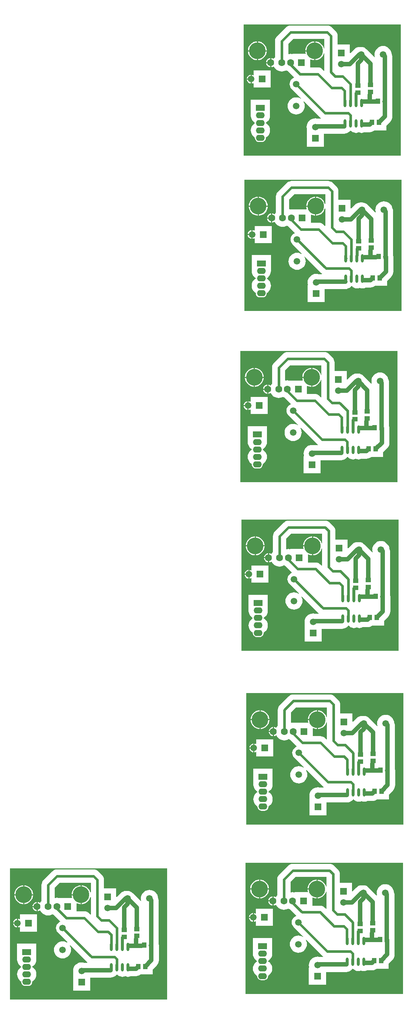
<source format=gbl>
G04*
G04 #@! TF.GenerationSoftware,Altium Limited,Altium Designer,18.0.9 (584)*
G04*
G04 Layer_Physical_Order=2*
G04 Layer_Color=16711680*
%FSLAX44Y44*%
%MOMM*%
G71*
G01*
G75*
%ADD10R,1.3000X1.0000*%
%ADD11R,1.0000X1.3000*%
%ADD12O,0.6000X1.9000*%
%ADD13C,1.0000*%
%ADD14C,0.7000*%
%ADD15C,0.6000*%
%ADD16C,1.5000*%
%ADD17R,1.5000X1.5000*%
%ADD18R,1.5000X1.5000*%
%ADD19R,2.0000X1.4000*%
%ADD20O,2.0000X1.4000*%
%ADD21C,1.6000*%
%ADD22R,1.6000X1.6000*%
%ADD23C,3.8000*%
%ADD24C,1.5240*%
G36*
X895000Y1928000D02*
X535000D01*
Y2228000D01*
X895000D01*
Y1928000D01*
D02*
G37*
G36*
X897000Y1573000D02*
X537000D01*
Y1873000D01*
X897000D01*
Y1573000D01*
D02*
G37*
G36*
X888000Y1182000D02*
X528000D01*
Y1482000D01*
X888000D01*
Y1182000D01*
D02*
G37*
G36*
X890000Y797000D02*
X530000D01*
Y1097000D01*
X890000D01*
Y797000D01*
D02*
G37*
G36*
X901000Y400000D02*
X541000D01*
Y700000D01*
X901000D01*
Y400000D01*
D02*
G37*
G36*
X900000Y13000D02*
X540000D01*
Y313000D01*
X900000D01*
Y13000D01*
D02*
G37*
G36*
X360000Y0D02*
X0D01*
Y300000D01*
X360000D01*
Y0D01*
D02*
G37*
%LPC*%
G36*
X568106Y2189111D02*
Y2168862D01*
X588355D01*
X588064Y2171815D01*
X586833Y2175875D01*
X584832Y2179617D01*
X582141Y2182897D01*
X578861Y2185589D01*
X575119Y2187589D01*
X571059Y2188820D01*
X568106Y2189111D01*
D02*
G37*
G36*
X565566D02*
X562613Y2188820D01*
X558553Y2187589D01*
X554811Y2185589D01*
X551531Y2182897D01*
X548839Y2179617D01*
X546839Y2175875D01*
X545608Y2171815D01*
X545317Y2168862D01*
X565566D01*
Y2189111D01*
D02*
G37*
G36*
X642950Y2225267D02*
X640010Y2224977D01*
X637182Y2224119D01*
X634576Y2222726D01*
X632292Y2220852D01*
X632292Y2220852D01*
X611878Y2200438D01*
X610004Y2198154D01*
X608611Y2195548D01*
X607753Y2192720D01*
X607463Y2189780D01*
Y2153652D01*
X605826Y2151657D01*
X604681Y2149515D01*
X603440Y2149247D01*
X602851Y2149699D01*
X600287Y2150761D01*
X598806Y2150956D01*
Y2140492D01*
Y2130028D01*
X600287Y2130223D01*
X602851Y2131285D01*
X603440Y2131737D01*
X604681Y2131469D01*
X605826Y2129327D01*
X608325Y2126281D01*
X611371Y2123782D01*
X614845Y2121925D01*
X618615Y2120781D01*
X622536Y2120395D01*
X626457Y2120781D01*
X630227Y2121925D01*
X632536Y2123159D01*
X634845Y2121925D01*
X636123Y2121537D01*
X650673Y2106987D01*
X650364Y2105755D01*
X649882Y2105609D01*
X647276Y2104216D01*
X644992Y2102342D01*
X643118Y2100058D01*
X641725Y2097452D01*
X640867Y2094624D01*
X640577Y2091684D01*
X640867Y2088743D01*
X641725Y2085916D01*
X643118Y2083310D01*
X644992Y2081026D01*
X666678Y2059340D01*
X665913Y2058309D01*
X663148Y2059787D01*
X659473Y2060902D01*
X655650Y2061278D01*
X651827Y2060902D01*
X648152Y2059787D01*
X644764Y2057976D01*
X641795Y2055539D01*
X639358Y2052570D01*
X637547Y2049182D01*
X636432Y2045507D01*
X636056Y2041684D01*
X636432Y2037861D01*
X637547Y2034186D01*
X639358Y2030798D01*
X641795Y2027829D01*
X644764Y2025392D01*
X648152Y2023581D01*
X651827Y2022466D01*
X655650Y2022090D01*
X659473Y2022466D01*
X663148Y2023581D01*
X666536Y2025392D01*
X669505Y2027829D01*
X671942Y2030798D01*
X673753Y2034186D01*
X674868Y2037861D01*
X675244Y2041684D01*
X674868Y2045507D01*
X673753Y2049182D01*
X672275Y2051947D01*
X673306Y2052712D01*
X711394Y2014624D01*
X712566Y2013662D01*
X712112Y2012392D01*
X704340D01*
X703161Y2012750D01*
X699338Y2013126D01*
X695515Y2012750D01*
X691840Y2011635D01*
X688452Y2009824D01*
X685483Y2007387D01*
X683046Y2004418D01*
X681235Y2001030D01*
X680120Y1997355D01*
X679744Y1993532D01*
X680120Y1989709D01*
X680486Y1988505D01*
X679838Y1987632D01*
X679838D01*
Y1948632D01*
X718838D01*
Y1978228D01*
X765886D01*
X769219Y1978556D01*
X772423Y1979528D01*
X775376Y1981107D01*
X777965Y1983231D01*
X779705Y1985351D01*
X781220Y1985506D01*
X782152Y1984370D01*
X784436Y1982496D01*
X787042Y1981103D01*
X789870Y1980245D01*
X792810Y1979955D01*
X795751Y1980245D01*
X798578Y1981103D01*
X799160Y1981414D01*
X799742Y1981103D01*
X802570Y1980245D01*
X805510Y1979955D01*
X808450Y1980245D01*
X811278Y1981103D01*
X812552Y1981784D01*
X823926D01*
X827259Y1982112D01*
X830463Y1983084D01*
X833416Y1984663D01*
X834371Y1985446D01*
X862006D01*
Y1996788D01*
X871183Y2005965D01*
X873307Y2008554D01*
X874886Y2011507D01*
X875858Y2014711D01*
X876186Y2018044D01*
Y2051824D01*
X875858Y2055157D01*
X875550Y2056171D01*
Y2155312D01*
X875222Y2158645D01*
X874250Y2161849D01*
X873904Y2162497D01*
X873858Y2162963D01*
X872743Y2166638D01*
X870932Y2170026D01*
X868495Y2172995D01*
X865526Y2175432D01*
X862139Y2177243D01*
X858463Y2178358D01*
X854640Y2178734D01*
X850817Y2178358D01*
X847142Y2177243D01*
X843754Y2175432D01*
X840785Y2172995D01*
X838348Y2170026D01*
X836537Y2166638D01*
X835422Y2162963D01*
X835046Y2159140D01*
X835422Y2155317D01*
X835860Y2153874D01*
X834737Y2153201D01*
X816719Y2171219D01*
X814130Y2173343D01*
X811177Y2174922D01*
X807973Y2175894D01*
X804640Y2176222D01*
X800684D01*
X797351Y2175894D01*
X794147Y2174922D01*
X791194Y2173343D01*
X788605Y2171219D01*
X779701Y2162315D01*
X778528Y2162801D01*
Y2181942D01*
X750479D01*
Y2201812D01*
X750189Y2204753D01*
X749331Y2207580D01*
X747938Y2210186D01*
X746064Y2212470D01*
X746064Y2212470D01*
X737682Y2220852D01*
X735398Y2222726D01*
X732792Y2224119D01*
X729965Y2224977D01*
X727024Y2225267D01*
X642950D01*
X642950Y2225267D01*
D02*
G37*
G36*
X588355Y2166322D02*
X568106D01*
Y2146073D01*
X571059Y2146364D01*
X575119Y2147595D01*
X578861Y2149595D01*
X582141Y2152287D01*
X584832Y2155567D01*
X586833Y2159309D01*
X588064Y2163369D01*
X588355Y2166322D01*
D02*
G37*
G36*
X565566D02*
X545317D01*
X545608Y2163369D01*
X546839Y2159309D01*
X548839Y2155567D01*
X551531Y2152287D01*
X554811Y2149595D01*
X558553Y2147595D01*
X562613Y2146364D01*
X565566Y2146073D01*
Y2166322D01*
D02*
G37*
G36*
X596266Y2150956D02*
X594784Y2150761D01*
X592220Y2149699D01*
X590019Y2148009D01*
X588329Y2145807D01*
X587267Y2143244D01*
X587072Y2141762D01*
X596266D01*
Y2150956D01*
D02*
G37*
G36*
Y2139222D02*
X587072D01*
X587267Y2137741D01*
X588329Y2135177D01*
X590019Y2132975D01*
X592220Y2131285D01*
X594784Y2130223D01*
X596266Y2130028D01*
Y2139222D01*
D02*
G37*
G36*
X597426Y2122506D02*
X558426D01*
Y2112599D01*
X557156Y2111955D01*
X555147Y2112788D01*
X553796Y2112965D01*
Y2103006D01*
Y2093047D01*
X555147Y2093224D01*
X557156Y2094057D01*
X558426Y2093413D01*
Y2083506D01*
X597426D01*
Y2122506D01*
D02*
G37*
G36*
X551256Y2112965D02*
X549905Y2112788D01*
X547463Y2111776D01*
X545365Y2110167D01*
X543756Y2108069D01*
X542744Y2105627D01*
X542567Y2104276D01*
X551256D01*
Y2112965D01*
D02*
G37*
G36*
Y2101736D02*
X542567D01*
X542744Y2100385D01*
X543756Y2097943D01*
X545365Y2095845D01*
X547463Y2094236D01*
X549905Y2093224D01*
X551256Y2093047D01*
Y2101736D01*
D02*
G37*
G36*
X595720Y2055930D02*
X551720D01*
Y2020863D01*
X551628Y2019930D01*
X551720Y2018997D01*
Y2017930D01*
X551825D01*
X551995Y2016205D01*
X553081Y2012624D01*
X554846Y2009323D01*
X557220Y2006430D01*
X560113Y2004056D01*
X561078Y2003540D01*
Y2002320D01*
X560113Y2001804D01*
X557220Y1999430D01*
X554846Y1996537D01*
X553081Y1993236D01*
X551995Y1989655D01*
X551628Y1985930D01*
X551995Y1982205D01*
X553081Y1978624D01*
X554846Y1975323D01*
X557220Y1972430D01*
X560113Y1970056D01*
X561171Y1969490D01*
X561098Y1968930D01*
X561426Y1966440D01*
X562387Y1964119D01*
X563916Y1962126D01*
X565909Y1960597D01*
X568229Y1959636D01*
X570720Y1959308D01*
X576720D01*
X579210Y1959636D01*
X581531Y1960597D01*
X583524Y1962126D01*
X585053Y1964119D01*
X586014Y1966440D01*
X586342Y1968930D01*
X586269Y1969490D01*
X587327Y1970056D01*
X590220Y1972430D01*
X592594Y1975323D01*
X594359Y1978624D01*
X595445Y1982205D01*
X595812Y1985930D01*
X595445Y1989655D01*
X594359Y1993236D01*
X592594Y1996537D01*
X590220Y1999430D01*
X587327Y2001804D01*
X586362Y2002320D01*
Y2003540D01*
X587327Y2004056D01*
X590220Y2006430D01*
X592594Y2009323D01*
X594359Y2012624D01*
X595445Y2016205D01*
X595615Y2017930D01*
X595720D01*
Y2018997D01*
X595812Y2019930D01*
X595720Y2020863D01*
Y2055930D01*
D02*
G37*
%LPD*%
G36*
X720333Y2173324D02*
X719063Y2173136D01*
X718232Y2175875D01*
X716232Y2179617D01*
X713541Y2182897D01*
X710261Y2185589D01*
X706519Y2187589D01*
X702458Y2188820D01*
X699506Y2189111D01*
Y2167592D01*
Y2146073D01*
X702458Y2146364D01*
X706519Y2147595D01*
X710261Y2149595D01*
X713541Y2152287D01*
X716232Y2155567D01*
X718232Y2159309D01*
X719063Y2162048D01*
X720333Y2161860D01*
Y2122766D01*
X719160Y2122280D01*
X716092Y2125348D01*
X713808Y2127222D01*
X711202Y2128615D01*
X708374Y2129473D01*
X705434Y2129763D01*
X687536D01*
Y2147652D01*
X688625Y2148305D01*
X689953Y2147595D01*
X694013Y2146364D01*
X696966Y2146073D01*
Y2166322D01*
X676717D01*
X677008Y2163369D01*
X677571Y2161512D01*
X676814Y2160492D01*
X647536D01*
X647536Y2160492D01*
X646266Y2160221D01*
X642536Y2160589D01*
X638879Y2160228D01*
X637730Y2160859D01*
X637608Y2160949D01*
Y2183537D01*
X649193Y2195121D01*
X720333D01*
Y2173324D01*
D02*
G37*
%LPC*%
G36*
X696966Y2189111D02*
X694013Y2188820D01*
X689953Y2187589D01*
X686211Y2185589D01*
X682931Y2182897D01*
X680239Y2179617D01*
X678239Y2175875D01*
X677008Y2171815D01*
X676717Y2168862D01*
X696966D01*
Y2189111D01*
D02*
G37*
G36*
X570106Y1834111D02*
Y1813862D01*
X590355D01*
X590064Y1816815D01*
X588833Y1820875D01*
X586832Y1824617D01*
X584141Y1827897D01*
X580861Y1830589D01*
X577119Y1832589D01*
X573059Y1833820D01*
X570106Y1834111D01*
D02*
G37*
G36*
X567566D02*
X564613Y1833820D01*
X560553Y1832589D01*
X556811Y1830589D01*
X553531Y1827897D01*
X550839Y1824617D01*
X548839Y1820875D01*
X547608Y1816815D01*
X547317Y1813862D01*
X567566D01*
Y1834111D01*
D02*
G37*
G36*
X644950Y1870267D02*
X642010Y1869977D01*
X639182Y1869119D01*
X636576Y1867726D01*
X634292Y1865852D01*
X634292Y1865852D01*
X613878Y1845438D01*
X612004Y1843154D01*
X610611Y1840548D01*
X609753Y1837720D01*
X609463Y1834780D01*
Y1798652D01*
X607826Y1796657D01*
X606681Y1794515D01*
X605440Y1794247D01*
X604851Y1794699D01*
X602287Y1795761D01*
X600806Y1795956D01*
Y1785492D01*
Y1775028D01*
X602287Y1775223D01*
X604851Y1776285D01*
X605440Y1776737D01*
X606681Y1776469D01*
X607826Y1774327D01*
X610325Y1771281D01*
X613371Y1768782D01*
X616845Y1766925D01*
X620615Y1765781D01*
X624536Y1765395D01*
X628457Y1765781D01*
X632227Y1766925D01*
X634536Y1768159D01*
X636845Y1766925D01*
X638123Y1766537D01*
X652673Y1751987D01*
X652364Y1750755D01*
X651882Y1750609D01*
X649276Y1749216D01*
X646992Y1747342D01*
X645118Y1745058D01*
X643725Y1742452D01*
X642867Y1739624D01*
X642578Y1736684D01*
X642867Y1733743D01*
X643725Y1730916D01*
X645118Y1728310D01*
X646992Y1726026D01*
X668678Y1704340D01*
X667913Y1703309D01*
X665148Y1704787D01*
X661473Y1705902D01*
X657650Y1706278D01*
X653827Y1705902D01*
X650152Y1704787D01*
X646764Y1702976D01*
X643795Y1700539D01*
X641358Y1697570D01*
X639547Y1694182D01*
X638432Y1690507D01*
X638056Y1686684D01*
X638432Y1682861D01*
X639547Y1679186D01*
X641358Y1675798D01*
X643795Y1672829D01*
X646764Y1670392D01*
X650152Y1668581D01*
X653827Y1667466D01*
X657650Y1667090D01*
X661473Y1667466D01*
X665148Y1668581D01*
X668536Y1670392D01*
X671505Y1672829D01*
X673942Y1675798D01*
X675753Y1679186D01*
X676868Y1682861D01*
X677244Y1686684D01*
X676868Y1690507D01*
X675753Y1694182D01*
X674275Y1696947D01*
X675306Y1697712D01*
X713394Y1659624D01*
X714566Y1658662D01*
X714112Y1657392D01*
X706340D01*
X705161Y1657750D01*
X701338Y1658126D01*
X697515Y1657750D01*
X693840Y1656635D01*
X690452Y1654824D01*
X687483Y1652387D01*
X685046Y1649418D01*
X683235Y1646030D01*
X682120Y1642355D01*
X681744Y1638532D01*
X682120Y1634709D01*
X682486Y1633505D01*
X681838Y1632632D01*
X681838D01*
Y1593632D01*
X720838D01*
Y1623228D01*
X767886D01*
X771219Y1623556D01*
X774423Y1624528D01*
X777376Y1626107D01*
X779965Y1628231D01*
X781704Y1630351D01*
X783220Y1630506D01*
X784152Y1629370D01*
X786436Y1627496D01*
X789042Y1626103D01*
X791870Y1625245D01*
X794810Y1624955D01*
X797750Y1625245D01*
X800578Y1626103D01*
X801160Y1626414D01*
X801742Y1626103D01*
X804569Y1625245D01*
X807510Y1624955D01*
X810451Y1625245D01*
X813278Y1626103D01*
X814552Y1626784D01*
X825926D01*
X829259Y1627112D01*
X832463Y1628084D01*
X835416Y1629663D01*
X836371Y1630446D01*
X864006D01*
Y1641788D01*
X873183Y1650965D01*
X875307Y1653554D01*
X876886Y1656507D01*
X877858Y1659711D01*
X878186Y1663044D01*
Y1696824D01*
X877858Y1700157D01*
X877550Y1701171D01*
Y1800312D01*
X877222Y1803645D01*
X876250Y1806849D01*
X875904Y1807497D01*
X875858Y1807963D01*
X874743Y1811638D01*
X872932Y1815026D01*
X870495Y1817995D01*
X867526Y1820432D01*
X864138Y1822243D01*
X860463Y1823358D01*
X856640Y1823734D01*
X852817Y1823358D01*
X849142Y1822243D01*
X845754Y1820432D01*
X842785Y1817995D01*
X840348Y1815026D01*
X838537Y1811638D01*
X837422Y1807963D01*
X837046Y1804140D01*
X837422Y1800317D01*
X837860Y1798874D01*
X836737Y1798201D01*
X818719Y1816219D01*
X816130Y1818343D01*
X813177Y1819922D01*
X809973Y1820894D01*
X806640Y1821222D01*
X802684D01*
X799351Y1820894D01*
X796147Y1819922D01*
X793194Y1818343D01*
X790605Y1816219D01*
X781701Y1807315D01*
X780528Y1807801D01*
Y1826942D01*
X752479D01*
Y1846812D01*
X752189Y1849753D01*
X751331Y1852580D01*
X749938Y1855186D01*
X748064Y1857470D01*
X748064Y1857470D01*
X739682Y1865852D01*
X737398Y1867726D01*
X734792Y1869119D01*
X731964Y1869977D01*
X729024Y1870267D01*
X644950D01*
X644950Y1870267D01*
D02*
G37*
G36*
X590355Y1811322D02*
X570106D01*
Y1791073D01*
X573059Y1791364D01*
X577119Y1792595D01*
X580861Y1794595D01*
X584141Y1797287D01*
X586832Y1800567D01*
X588833Y1804309D01*
X590064Y1808369D01*
X590355Y1811322D01*
D02*
G37*
G36*
X567566D02*
X547317D01*
X547608Y1808369D01*
X548839Y1804309D01*
X550839Y1800567D01*
X553531Y1797287D01*
X556811Y1794595D01*
X560553Y1792595D01*
X564613Y1791364D01*
X567566Y1791073D01*
Y1811322D01*
D02*
G37*
G36*
X598266Y1795956D02*
X596784Y1795761D01*
X594220Y1794699D01*
X592019Y1793009D01*
X590329Y1790807D01*
X589267Y1788244D01*
X589072Y1786762D01*
X598266D01*
Y1795956D01*
D02*
G37*
G36*
Y1784222D02*
X589072D01*
X589267Y1782741D01*
X590329Y1780177D01*
X592019Y1777975D01*
X594220Y1776285D01*
X596784Y1775223D01*
X598266Y1775028D01*
Y1784222D01*
D02*
G37*
G36*
X599426Y1767506D02*
X560426D01*
Y1757599D01*
X559156Y1756955D01*
X557147Y1757788D01*
X555796Y1757965D01*
Y1748006D01*
Y1738047D01*
X557147Y1738224D01*
X559156Y1739057D01*
X560426Y1738413D01*
Y1728506D01*
X599426D01*
Y1767506D01*
D02*
G37*
G36*
X553256Y1757965D02*
X551905Y1757788D01*
X549463Y1756776D01*
X547365Y1755167D01*
X545756Y1753069D01*
X544744Y1750627D01*
X544567Y1749276D01*
X553256D01*
Y1757965D01*
D02*
G37*
G36*
Y1746736D02*
X544567D01*
X544744Y1745385D01*
X545756Y1742943D01*
X547365Y1740845D01*
X549463Y1739236D01*
X551905Y1738224D01*
X553256Y1738047D01*
Y1746736D01*
D02*
G37*
G36*
X597720Y1700930D02*
X553720D01*
Y1665863D01*
X553628Y1664930D01*
X553720Y1663997D01*
Y1662930D01*
X553825D01*
X553995Y1661205D01*
X555081Y1657624D01*
X556846Y1654323D01*
X559220Y1651430D01*
X562113Y1649056D01*
X563078Y1648540D01*
Y1647320D01*
X562113Y1646804D01*
X559220Y1644430D01*
X556846Y1641537D01*
X555081Y1638236D01*
X553995Y1634655D01*
X553628Y1630930D01*
X553995Y1627205D01*
X555081Y1623624D01*
X556846Y1620323D01*
X559220Y1617430D01*
X562113Y1615056D01*
X563171Y1614490D01*
X563098Y1613930D01*
X563425Y1611440D01*
X564387Y1609119D01*
X565916Y1607126D01*
X567909Y1605597D01*
X570229Y1604636D01*
X572720Y1604308D01*
X578720D01*
X581210Y1604636D01*
X583531Y1605597D01*
X585524Y1607126D01*
X587053Y1609119D01*
X588014Y1611440D01*
X588342Y1613930D01*
X588269Y1614490D01*
X589327Y1615056D01*
X592220Y1617430D01*
X594594Y1620323D01*
X596359Y1623624D01*
X597445Y1627205D01*
X597812Y1630930D01*
X597445Y1634655D01*
X596359Y1638236D01*
X594594Y1641537D01*
X592220Y1644430D01*
X589327Y1646804D01*
X588362Y1647320D01*
Y1648540D01*
X589327Y1649056D01*
X592220Y1651430D01*
X594594Y1654323D01*
X596359Y1657624D01*
X597445Y1661205D01*
X597615Y1662930D01*
X597720D01*
Y1663997D01*
X597812Y1664930D01*
X597720Y1665863D01*
Y1700930D01*
D02*
G37*
%LPD*%
G36*
X722334Y1818324D02*
X721064Y1818136D01*
X720232Y1820875D01*
X718232Y1824617D01*
X715541Y1827897D01*
X712261Y1830589D01*
X708519Y1832589D01*
X704458Y1833820D01*
X701506Y1834111D01*
Y1812592D01*
Y1791073D01*
X704458Y1791364D01*
X708519Y1792595D01*
X712261Y1794595D01*
X715541Y1797287D01*
X718232Y1800567D01*
X720232Y1804309D01*
X721064Y1807048D01*
X722334Y1806860D01*
Y1767766D01*
X721160Y1767280D01*
X718092Y1770348D01*
X715808Y1772222D01*
X713202Y1773615D01*
X710375Y1774473D01*
X707434Y1774763D01*
X689536D01*
Y1792652D01*
X690625Y1793305D01*
X691953Y1792595D01*
X696013Y1791364D01*
X698966Y1791073D01*
Y1811322D01*
X678717D01*
X679008Y1808369D01*
X679571Y1806512D01*
X678814Y1805492D01*
X649536D01*
X649536Y1805492D01*
X648266Y1805221D01*
X644536Y1805589D01*
X640879Y1805228D01*
X639730Y1805859D01*
X639608Y1805949D01*
Y1828537D01*
X651193Y1840121D01*
X722334D01*
Y1818324D01*
D02*
G37*
%LPC*%
G36*
X698966Y1834111D02*
X696013Y1833820D01*
X691953Y1832589D01*
X688211Y1830589D01*
X684931Y1827897D01*
X682239Y1824617D01*
X680239Y1820875D01*
X679008Y1816815D01*
X678717Y1813862D01*
X698966D01*
Y1834111D01*
D02*
G37*
G36*
X561106Y1443111D02*
Y1422862D01*
X581355D01*
X581064Y1425815D01*
X579832Y1429875D01*
X577832Y1433617D01*
X575141Y1436897D01*
X571861Y1439588D01*
X568119Y1441589D01*
X564058Y1442820D01*
X561106Y1443111D01*
D02*
G37*
G36*
X558566D02*
X555613Y1442820D01*
X551553Y1441589D01*
X547811Y1439588D01*
X544531Y1436897D01*
X541839Y1433617D01*
X539839Y1429875D01*
X538608Y1425815D01*
X538317Y1422862D01*
X558566D01*
Y1443111D01*
D02*
G37*
G36*
X635950Y1479267D02*
X633009Y1478977D01*
X630182Y1478119D01*
X627576Y1476726D01*
X625292Y1474852D01*
X625292Y1474852D01*
X604878Y1454438D01*
X603004Y1452154D01*
X601611Y1449548D01*
X600753Y1446720D01*
X600463Y1443780D01*
Y1407652D01*
X598826Y1405657D01*
X597681Y1403515D01*
X596440Y1403247D01*
X595851Y1403699D01*
X593287Y1404761D01*
X591806Y1404956D01*
Y1394492D01*
Y1384028D01*
X593287Y1384223D01*
X595851Y1385285D01*
X596440Y1385737D01*
X597681Y1385469D01*
X598826Y1383327D01*
X601325Y1380281D01*
X604371Y1377782D01*
X607845Y1375925D01*
X611615Y1374781D01*
X615536Y1374395D01*
X619457Y1374781D01*
X623227Y1375925D01*
X625536Y1377159D01*
X627845Y1375925D01*
X629123Y1375538D01*
X643673Y1360987D01*
X643364Y1359756D01*
X642882Y1359609D01*
X640276Y1358216D01*
X637992Y1356342D01*
X636118Y1354058D01*
X634725Y1351452D01*
X633867Y1348625D01*
X633577Y1345684D01*
X633867Y1342744D01*
X634725Y1339916D01*
X636118Y1337310D01*
X637992Y1335026D01*
X659678Y1313340D01*
X658913Y1312309D01*
X656148Y1313787D01*
X652473Y1314902D01*
X648650Y1315278D01*
X644827Y1314902D01*
X641152Y1313787D01*
X637764Y1311976D01*
X634795Y1309539D01*
X632358Y1306570D01*
X630547Y1303182D01*
X629432Y1299507D01*
X629056Y1295684D01*
X629432Y1291861D01*
X630547Y1288186D01*
X632358Y1284798D01*
X634795Y1281829D01*
X637764Y1279392D01*
X641152Y1277581D01*
X644827Y1276466D01*
X648650Y1276090D01*
X652473Y1276466D01*
X656148Y1277581D01*
X659536Y1279392D01*
X662505Y1281829D01*
X664942Y1284798D01*
X666753Y1288186D01*
X667868Y1291861D01*
X668244Y1295684D01*
X667868Y1299507D01*
X666753Y1303182D01*
X665275Y1305947D01*
X666306Y1306712D01*
X704394Y1268624D01*
X705566Y1267662D01*
X705112Y1266392D01*
X697340D01*
X696161Y1266750D01*
X692338Y1267126D01*
X688515Y1266750D01*
X684840Y1265635D01*
X681452Y1263824D01*
X678483Y1261387D01*
X676046Y1258418D01*
X674235Y1255030D01*
X673120Y1251355D01*
X672744Y1247532D01*
X673120Y1243709D01*
X673485Y1242505D01*
X672838Y1241632D01*
X672838D01*
Y1202632D01*
X711838D01*
Y1232228D01*
X758886D01*
X762219Y1232556D01*
X765423Y1233528D01*
X768376Y1235107D01*
X770965Y1237231D01*
X772704Y1239351D01*
X774220Y1239506D01*
X775152Y1238370D01*
X777436Y1236496D01*
X780042Y1235103D01*
X782869Y1234245D01*
X785810Y1233955D01*
X788751Y1234245D01*
X791578Y1235103D01*
X792160Y1235414D01*
X792742Y1235103D01*
X795570Y1234245D01*
X798510Y1233955D01*
X801451Y1234245D01*
X804278Y1235103D01*
X805552Y1235784D01*
X816926D01*
X820259Y1236112D01*
X823463Y1237084D01*
X826416Y1238663D01*
X827371Y1239446D01*
X855006D01*
Y1250788D01*
X864183Y1259965D01*
X866307Y1262554D01*
X867886Y1265507D01*
X868858Y1268711D01*
X869186Y1272044D01*
Y1305824D01*
X868858Y1309157D01*
X868550Y1310171D01*
Y1409312D01*
X868222Y1412645D01*
X867250Y1415849D01*
X866904Y1416497D01*
X866858Y1416963D01*
X865743Y1420638D01*
X863932Y1424026D01*
X861495Y1426995D01*
X858526Y1429432D01*
X855138Y1431243D01*
X851463Y1432358D01*
X847640Y1432734D01*
X843817Y1432358D01*
X840142Y1431243D01*
X836754Y1429432D01*
X833785Y1426995D01*
X831348Y1424026D01*
X829537Y1420638D01*
X828422Y1416963D01*
X828046Y1413140D01*
X828422Y1409317D01*
X828860Y1407874D01*
X827737Y1407201D01*
X809719Y1425219D01*
X807130Y1427343D01*
X804177Y1428922D01*
X800973Y1429894D01*
X797640Y1430222D01*
X793684D01*
X790351Y1429894D01*
X787147Y1428922D01*
X784194Y1427343D01*
X781605Y1425219D01*
X772701Y1416315D01*
X771528Y1416801D01*
Y1435942D01*
X743479D01*
Y1455812D01*
X743189Y1458752D01*
X742331Y1461580D01*
X740938Y1464186D01*
X739064Y1466470D01*
X739064Y1466470D01*
X730682Y1474852D01*
X728398Y1476726D01*
X725792Y1478119D01*
X722964Y1478977D01*
X720024Y1479267D01*
X635950D01*
X635950Y1479267D01*
D02*
G37*
G36*
X581355Y1420322D02*
X561106D01*
Y1400073D01*
X564058Y1400364D01*
X568119Y1401595D01*
X571861Y1403595D01*
X575141Y1406287D01*
X577832Y1409567D01*
X579832Y1413309D01*
X581064Y1417369D01*
X581355Y1420322D01*
D02*
G37*
G36*
X558566D02*
X538317D01*
X538608Y1417369D01*
X539839Y1413309D01*
X541839Y1409567D01*
X544531Y1406287D01*
X547811Y1403595D01*
X551553Y1401595D01*
X555613Y1400364D01*
X558566Y1400073D01*
Y1420322D01*
D02*
G37*
G36*
X589266Y1404956D02*
X587784Y1404761D01*
X585220Y1403699D01*
X583019Y1402009D01*
X581329Y1399807D01*
X580267Y1397243D01*
X580072Y1395762D01*
X589266D01*
Y1404956D01*
D02*
G37*
G36*
Y1393222D02*
X580072D01*
X580267Y1391741D01*
X581329Y1389177D01*
X583019Y1386975D01*
X585220Y1385285D01*
X587784Y1384223D01*
X589266Y1384028D01*
Y1393222D01*
D02*
G37*
G36*
X590426Y1376506D02*
X551426D01*
Y1366599D01*
X550156Y1365955D01*
X548147Y1366788D01*
X546796Y1366965D01*
Y1357006D01*
Y1347047D01*
X548147Y1347224D01*
X550156Y1348057D01*
X551426Y1347413D01*
Y1337506D01*
X590426D01*
Y1376506D01*
D02*
G37*
G36*
X544256Y1366965D02*
X542905Y1366788D01*
X540463Y1365776D01*
X538365Y1364167D01*
X536756Y1362069D01*
X535744Y1359627D01*
X535567Y1358276D01*
X544256D01*
Y1366965D01*
D02*
G37*
G36*
Y1355736D02*
X535567D01*
X535744Y1354385D01*
X536756Y1351943D01*
X538365Y1349845D01*
X540463Y1348236D01*
X542905Y1347224D01*
X544256Y1347047D01*
Y1355736D01*
D02*
G37*
G36*
X588720Y1309930D02*
X544720D01*
Y1274863D01*
X544628Y1273930D01*
X544720Y1272997D01*
Y1271930D01*
X544825D01*
X544995Y1270205D01*
X546081Y1266624D01*
X547846Y1263323D01*
X550220Y1260430D01*
X553113Y1258056D01*
X554078Y1257540D01*
Y1256320D01*
X553113Y1255804D01*
X550220Y1253430D01*
X547846Y1250537D01*
X546081Y1247236D01*
X544995Y1243655D01*
X544628Y1239930D01*
X544995Y1236205D01*
X546081Y1232624D01*
X547846Y1229323D01*
X550220Y1226430D01*
X553113Y1224056D01*
X554171Y1223490D01*
X554098Y1222930D01*
X554426Y1220440D01*
X555387Y1218119D01*
X556916Y1216126D01*
X558909Y1214597D01*
X561230Y1213635D01*
X563720Y1213308D01*
X569720D01*
X572210Y1213635D01*
X574531Y1214597D01*
X576524Y1216126D01*
X578053Y1218119D01*
X579014Y1220440D01*
X579342Y1222930D01*
X579268Y1223490D01*
X580327Y1224056D01*
X583220Y1226430D01*
X585594Y1229323D01*
X587359Y1232624D01*
X588445Y1236205D01*
X588812Y1239930D01*
X588445Y1243655D01*
X587359Y1247236D01*
X585594Y1250537D01*
X583220Y1253430D01*
X580327Y1255804D01*
X579362Y1256320D01*
Y1257540D01*
X580327Y1258056D01*
X583220Y1260430D01*
X585594Y1263323D01*
X587359Y1266624D01*
X588445Y1270205D01*
X588615Y1271930D01*
X588720D01*
Y1272997D01*
X588812Y1273930D01*
X588720Y1274863D01*
Y1309930D01*
D02*
G37*
%LPD*%
G36*
X713333Y1427324D02*
X712063Y1427136D01*
X711233Y1429875D01*
X709232Y1433617D01*
X706541Y1436897D01*
X703261Y1439588D01*
X699519Y1441589D01*
X695459Y1442820D01*
X692506Y1443111D01*
Y1421592D01*
Y1400073D01*
X695459Y1400364D01*
X699519Y1401595D01*
X703261Y1403595D01*
X706541Y1406287D01*
X709232Y1409567D01*
X711233Y1413309D01*
X712063Y1416048D01*
X713333Y1415860D01*
Y1376766D01*
X712160Y1376280D01*
X709092Y1379348D01*
X706808Y1381222D01*
X704202Y1382615D01*
X701375Y1383473D01*
X698434Y1383763D01*
X680536D01*
Y1401652D01*
X681625Y1402305D01*
X682953Y1401595D01*
X687013Y1400364D01*
X689966Y1400073D01*
Y1420322D01*
X669717D01*
X670008Y1417369D01*
X670571Y1415512D01*
X669815Y1414492D01*
X640536D01*
X640536Y1414492D01*
X639266Y1414221D01*
X635536Y1414589D01*
X631879Y1414229D01*
X630730Y1414859D01*
X630608Y1414949D01*
Y1437537D01*
X642193Y1449121D01*
X713333D01*
Y1427324D01*
D02*
G37*
%LPC*%
G36*
X689966Y1443111D02*
X687013Y1442820D01*
X682953Y1441589D01*
X679211Y1439588D01*
X675931Y1436897D01*
X673239Y1433617D01*
X671239Y1429875D01*
X670008Y1425815D01*
X669717Y1422862D01*
X689966D01*
Y1443111D01*
D02*
G37*
G36*
X563106Y1058111D02*
Y1037862D01*
X583355D01*
X583064Y1040815D01*
X581833Y1044875D01*
X579832Y1048617D01*
X577141Y1051897D01*
X573861Y1054588D01*
X570119Y1056589D01*
X566059Y1057820D01*
X563106Y1058111D01*
D02*
G37*
G36*
X560566D02*
X557613Y1057820D01*
X553553Y1056589D01*
X549811Y1054588D01*
X546531Y1051897D01*
X543839Y1048617D01*
X541839Y1044875D01*
X540608Y1040815D01*
X540317Y1037862D01*
X560566D01*
Y1058111D01*
D02*
G37*
G36*
X637950Y1094267D02*
X635009Y1093977D01*
X632182Y1093119D01*
X629576Y1091726D01*
X627292Y1089852D01*
X627292Y1089852D01*
X606878Y1069438D01*
X605004Y1067154D01*
X603611Y1064548D01*
X602753Y1061720D01*
X602463Y1058780D01*
Y1022652D01*
X600826Y1020657D01*
X599681Y1018515D01*
X598440Y1018247D01*
X597851Y1018699D01*
X595287Y1019761D01*
X593806Y1019956D01*
Y1009492D01*
Y999028D01*
X595287Y999223D01*
X597851Y1000285D01*
X598440Y1000737D01*
X599681Y1000469D01*
X600826Y998327D01*
X603325Y995281D01*
X606371Y992782D01*
X609845Y990925D01*
X613615Y989781D01*
X617536Y989395D01*
X621457Y989781D01*
X625227Y990925D01*
X627536Y992159D01*
X629845Y990925D01*
X631123Y990537D01*
X645673Y975987D01*
X645364Y974755D01*
X644882Y974609D01*
X642276Y973216D01*
X639992Y971342D01*
X638118Y969058D01*
X636725Y966452D01*
X635867Y963624D01*
X635577Y960684D01*
X635867Y957744D01*
X636725Y954916D01*
X638118Y952310D01*
X639992Y950026D01*
X661678Y928340D01*
X660913Y927309D01*
X658148Y928787D01*
X654473Y929902D01*
X650650Y930278D01*
X646827Y929902D01*
X643152Y928787D01*
X639764Y926976D01*
X636795Y924539D01*
X634358Y921570D01*
X632547Y918182D01*
X631432Y914507D01*
X631056Y910684D01*
X631432Y906861D01*
X632547Y903186D01*
X634358Y899798D01*
X636795Y896829D01*
X639764Y894392D01*
X643152Y892581D01*
X646827Y891466D01*
X650650Y891090D01*
X654473Y891466D01*
X658148Y892581D01*
X661536Y894392D01*
X664505Y896829D01*
X666942Y899798D01*
X668753Y903186D01*
X669868Y906861D01*
X670244Y910684D01*
X669868Y914507D01*
X668753Y918182D01*
X667275Y920947D01*
X668306Y921712D01*
X706394Y883624D01*
X707566Y882662D01*
X707112Y881392D01*
X699340D01*
X698161Y881750D01*
X694338Y882126D01*
X690515Y881750D01*
X686840Y880635D01*
X683452Y878824D01*
X680483Y876387D01*
X678046Y873418D01*
X676235Y870030D01*
X675120Y866355D01*
X674744Y862532D01*
X675120Y858709D01*
X675486Y857505D01*
X674838Y856632D01*
X674838D01*
Y817632D01*
X713838D01*
Y847228D01*
X760886D01*
X764219Y847556D01*
X767423Y848528D01*
X770376Y850107D01*
X772965Y852231D01*
X774704Y854351D01*
X776220Y854506D01*
X777152Y853370D01*
X779436Y851496D01*
X782042Y850103D01*
X784870Y849245D01*
X787810Y848956D01*
X790751Y849245D01*
X793578Y850103D01*
X794160Y850414D01*
X794742Y850103D01*
X797570Y849245D01*
X800510Y848956D01*
X803450Y849245D01*
X806278Y850103D01*
X807552Y850784D01*
X818926D01*
X822259Y851112D01*
X825463Y852084D01*
X828416Y853663D01*
X829371Y854446D01*
X857006D01*
Y865788D01*
X866183Y874965D01*
X868307Y877554D01*
X869886Y880507D01*
X870858Y883711D01*
X871186Y887044D01*
Y920824D01*
X870858Y924157D01*
X870550Y925171D01*
Y1024312D01*
X870222Y1027645D01*
X869250Y1030849D01*
X868904Y1031497D01*
X868858Y1031963D01*
X867743Y1035638D01*
X865932Y1039026D01*
X863495Y1041995D01*
X860526Y1044432D01*
X857138Y1046243D01*
X853463Y1047358D01*
X849640Y1047734D01*
X845817Y1047358D01*
X842142Y1046243D01*
X838754Y1044432D01*
X835785Y1041995D01*
X833348Y1039026D01*
X831537Y1035638D01*
X830422Y1031963D01*
X830046Y1028140D01*
X830422Y1024317D01*
X830860Y1022874D01*
X829737Y1022201D01*
X811719Y1040219D01*
X809130Y1042343D01*
X806177Y1043922D01*
X802973Y1044894D01*
X799640Y1045222D01*
X795684D01*
X792351Y1044894D01*
X789147Y1043922D01*
X786194Y1042343D01*
X783605Y1040219D01*
X774701Y1031315D01*
X773528Y1031801D01*
Y1050942D01*
X745479D01*
Y1070812D01*
X745189Y1073753D01*
X744331Y1076580D01*
X742938Y1079186D01*
X741064Y1081470D01*
X741064Y1081470D01*
X732682Y1089852D01*
X730398Y1091726D01*
X727792Y1093119D01*
X724965Y1093977D01*
X722024Y1094267D01*
X637950D01*
X637950Y1094267D01*
D02*
G37*
G36*
X583355Y1035322D02*
X563106D01*
Y1015073D01*
X566059Y1015364D01*
X570119Y1016595D01*
X573861Y1018596D01*
X577141Y1021287D01*
X579832Y1024567D01*
X581833Y1028309D01*
X583064Y1032369D01*
X583355Y1035322D01*
D02*
G37*
G36*
X560566D02*
X540317D01*
X540608Y1032369D01*
X541839Y1028309D01*
X543839Y1024567D01*
X546531Y1021287D01*
X549811Y1018596D01*
X553553Y1016595D01*
X557613Y1015364D01*
X560566Y1015073D01*
Y1035322D01*
D02*
G37*
G36*
X591266Y1019956D02*
X589784Y1019761D01*
X587220Y1018699D01*
X585019Y1017009D01*
X583329Y1014808D01*
X582267Y1012243D01*
X582072Y1010762D01*
X591266D01*
Y1019956D01*
D02*
G37*
G36*
Y1008222D02*
X582072D01*
X582267Y1006741D01*
X583329Y1004177D01*
X585019Y1001975D01*
X587220Y1000285D01*
X589784Y999223D01*
X591266Y999028D01*
Y1008222D01*
D02*
G37*
G36*
X592426Y991506D02*
X553426D01*
Y981599D01*
X552156Y980955D01*
X550147Y981788D01*
X548796Y981965D01*
Y972006D01*
Y962047D01*
X550147Y962224D01*
X552156Y963057D01*
X553426Y962413D01*
Y952506D01*
X592426D01*
Y991506D01*
D02*
G37*
G36*
X546256Y981965D02*
X544905Y981788D01*
X542463Y980776D01*
X540365Y979167D01*
X538756Y977069D01*
X537744Y974627D01*
X537567Y973276D01*
X546256D01*
Y981965D01*
D02*
G37*
G36*
Y970736D02*
X537567D01*
X537744Y969385D01*
X538756Y966943D01*
X540365Y964845D01*
X542463Y963236D01*
X544905Y962224D01*
X546256Y962047D01*
Y970736D01*
D02*
G37*
G36*
X590720Y924930D02*
X546720D01*
Y889863D01*
X546628Y888930D01*
X546720Y887997D01*
Y886930D01*
X546825D01*
X546995Y885205D01*
X548081Y881624D01*
X549846Y878323D01*
X552220Y875430D01*
X555113Y873056D01*
X556078Y872540D01*
Y871320D01*
X555113Y870804D01*
X552220Y868430D01*
X549846Y865537D01*
X548081Y862236D01*
X546995Y858655D01*
X546628Y854930D01*
X546995Y851205D01*
X548081Y847624D01*
X549846Y844323D01*
X552220Y841430D01*
X555113Y839056D01*
X556171Y838490D01*
X556098Y837930D01*
X556426Y835440D01*
X557387Y833119D01*
X558916Y831126D01*
X560909Y829597D01*
X563229Y828636D01*
X565720Y828308D01*
X571720D01*
X574210Y828636D01*
X576531Y829597D01*
X578524Y831126D01*
X580053Y833119D01*
X581014Y835440D01*
X581342Y837930D01*
X581269Y838490D01*
X582327Y839056D01*
X585220Y841430D01*
X587594Y844323D01*
X589359Y847624D01*
X590445Y851205D01*
X590812Y854930D01*
X590445Y858655D01*
X589359Y862236D01*
X587594Y865537D01*
X585220Y868430D01*
X582327Y870804D01*
X581362Y871320D01*
Y872540D01*
X582327Y873056D01*
X585220Y875430D01*
X587594Y878323D01*
X589359Y881624D01*
X590445Y885205D01*
X590615Y886930D01*
X590720D01*
Y887997D01*
X590812Y888930D01*
X590720Y889863D01*
Y924930D01*
D02*
G37*
%LPD*%
G36*
X715333Y1042324D02*
X714063Y1042136D01*
X713232Y1044875D01*
X711232Y1048617D01*
X708541Y1051897D01*
X705261Y1054588D01*
X701519Y1056589D01*
X697458Y1057820D01*
X694506Y1058111D01*
Y1036592D01*
Y1015073D01*
X697458Y1015364D01*
X701519Y1016595D01*
X705261Y1018596D01*
X708541Y1021287D01*
X711232Y1024567D01*
X713232Y1028309D01*
X714063Y1031048D01*
X715333Y1030860D01*
Y991766D01*
X714160Y991280D01*
X711092Y994348D01*
X708808Y996222D01*
X706202Y997615D01*
X703374Y998473D01*
X700434Y998763D01*
X682536D01*
Y1016652D01*
X683625Y1017305D01*
X684953Y1016595D01*
X689013Y1015364D01*
X691966Y1015073D01*
Y1035322D01*
X671717D01*
X672008Y1032369D01*
X672571Y1030512D01*
X671814Y1029492D01*
X642536D01*
X642536Y1029492D01*
X641266Y1029221D01*
X637536Y1029589D01*
X633879Y1029229D01*
X632730Y1029859D01*
X632608Y1029949D01*
Y1052537D01*
X644193Y1064121D01*
X715333D01*
Y1042324D01*
D02*
G37*
%LPC*%
G36*
X691966Y1058111D02*
X689013Y1057820D01*
X684953Y1056589D01*
X681211Y1054588D01*
X677931Y1051897D01*
X675239Y1048617D01*
X673239Y1044875D01*
X672008Y1040815D01*
X671717Y1037862D01*
X691966D01*
Y1058111D01*
D02*
G37*
G36*
X574106Y661111D02*
Y640862D01*
X594355D01*
X594064Y643815D01*
X592832Y647875D01*
X590832Y651617D01*
X588141Y654897D01*
X584861Y657589D01*
X581119Y659589D01*
X577058Y660820D01*
X574106Y661111D01*
D02*
G37*
G36*
X571566D02*
X568613Y660820D01*
X564553Y659589D01*
X560811Y657589D01*
X557531Y654897D01*
X554839Y651617D01*
X552839Y647875D01*
X551608Y643815D01*
X551317Y640862D01*
X571566D01*
Y661111D01*
D02*
G37*
G36*
X648950Y697267D02*
X646010Y696977D01*
X643182Y696119D01*
X640576Y694726D01*
X638292Y692852D01*
X638292Y692852D01*
X617878Y672438D01*
X616003Y670154D01*
X614611Y667548D01*
X613753Y664720D01*
X613463Y661780D01*
Y625652D01*
X611826Y623657D01*
X610681Y621515D01*
X609440Y621247D01*
X608851Y621699D01*
X606287Y622761D01*
X604806Y622956D01*
Y612492D01*
Y602028D01*
X606287Y602223D01*
X608851Y603285D01*
X609440Y603737D01*
X610681Y603469D01*
X611826Y601327D01*
X614325Y598281D01*
X617371Y595782D01*
X620845Y593925D01*
X624615Y592781D01*
X628536Y592395D01*
X632457Y592781D01*
X636227Y593925D01*
X638536Y595159D01*
X640845Y593925D01*
X642123Y593537D01*
X656673Y578987D01*
X656364Y577756D01*
X655882Y577609D01*
X653276Y576216D01*
X650992Y574342D01*
X649118Y572058D01*
X647725Y569452D01*
X646867Y566624D01*
X646577Y563684D01*
X646867Y560743D01*
X647725Y557916D01*
X649118Y555310D01*
X650992Y553026D01*
X672678Y531340D01*
X671913Y530309D01*
X669148Y531787D01*
X665473Y532902D01*
X661650Y533278D01*
X657827Y532902D01*
X654152Y531787D01*
X650764Y529976D01*
X647795Y527539D01*
X645358Y524570D01*
X643547Y521182D01*
X642432Y517507D01*
X642056Y513684D01*
X642432Y509861D01*
X643547Y506186D01*
X645358Y502798D01*
X647795Y499829D01*
X650764Y497392D01*
X654152Y495581D01*
X657827Y494466D01*
X661650Y494090D01*
X665473Y494466D01*
X669148Y495581D01*
X672536Y497392D01*
X675505Y499829D01*
X677942Y502798D01*
X679753Y506186D01*
X680868Y509861D01*
X681244Y513684D01*
X680868Y517507D01*
X679753Y521182D01*
X678275Y523947D01*
X679306Y524712D01*
X717394Y486624D01*
X718566Y485662D01*
X718112Y484392D01*
X710340D01*
X709161Y484750D01*
X705338Y485126D01*
X701515Y484750D01*
X697840Y483635D01*
X694452Y481824D01*
X691483Y479387D01*
X689046Y476418D01*
X687235Y473030D01*
X686120Y469355D01*
X685744Y465532D01*
X686120Y461709D01*
X686486Y460505D01*
X685838Y459632D01*
X685838D01*
Y420632D01*
X724838D01*
Y450228D01*
X771886D01*
X775219Y450556D01*
X778423Y451528D01*
X781376Y453107D01*
X783965Y455231D01*
X785704Y457351D01*
X787220Y457506D01*
X788152Y456370D01*
X790436Y454496D01*
X793042Y453103D01*
X795870Y452245D01*
X798810Y451955D01*
X801750Y452245D01*
X804578Y453103D01*
X805160Y453414D01*
X805742Y453103D01*
X808569Y452245D01*
X811510Y451955D01*
X814451Y452245D01*
X817278Y453103D01*
X818552Y453784D01*
X829926D01*
X833259Y454112D01*
X836463Y455084D01*
X839416Y456663D01*
X840371Y457446D01*
X868006D01*
Y468788D01*
X877183Y477965D01*
X879307Y480554D01*
X880886Y483507D01*
X881858Y486711D01*
X882186Y490044D01*
Y523824D01*
X881858Y527157D01*
X881550Y528171D01*
Y627312D01*
X881222Y630645D01*
X880250Y633849D01*
X879904Y634497D01*
X879858Y634963D01*
X878743Y638638D01*
X876932Y642026D01*
X874495Y644995D01*
X871526Y647432D01*
X868138Y649243D01*
X864463Y650358D01*
X860640Y650734D01*
X856817Y650358D01*
X853142Y649243D01*
X849754Y647432D01*
X846785Y644995D01*
X844348Y642026D01*
X842537Y638638D01*
X841422Y634963D01*
X841046Y631140D01*
X841422Y627317D01*
X841860Y625874D01*
X840737Y625201D01*
X822719Y643219D01*
X820130Y645343D01*
X817177Y646922D01*
X813973Y647894D01*
X810640Y648222D01*
X806684D01*
X803351Y647894D01*
X800147Y646922D01*
X797194Y645343D01*
X794605Y643219D01*
X785701Y634315D01*
X784528Y634801D01*
Y653942D01*
X756479D01*
Y673812D01*
X756189Y676752D01*
X755331Y679580D01*
X753938Y682186D01*
X752064Y684470D01*
X752064Y684470D01*
X743682Y692852D01*
X741398Y694726D01*
X738792Y696119D01*
X735965Y696977D01*
X733024Y697267D01*
X648950D01*
X648950Y697267D01*
D02*
G37*
G36*
X594355Y638322D02*
X574106D01*
Y618073D01*
X577058Y618364D01*
X581119Y619595D01*
X584861Y621595D01*
X588141Y624287D01*
X590832Y627567D01*
X592832Y631309D01*
X594064Y635369D01*
X594355Y638322D01*
D02*
G37*
G36*
X571566D02*
X551317D01*
X551608Y635369D01*
X552839Y631309D01*
X554839Y627567D01*
X557531Y624287D01*
X560811Y621595D01*
X564553Y619595D01*
X568613Y618364D01*
X571566Y618073D01*
Y638322D01*
D02*
G37*
G36*
X602266Y622956D02*
X600784Y622761D01*
X598220Y621699D01*
X596019Y620009D01*
X594329Y617808D01*
X593267Y615243D01*
X593072Y613762D01*
X602266D01*
Y622956D01*
D02*
G37*
G36*
Y611222D02*
X593072D01*
X593267Y609740D01*
X594329Y607177D01*
X596019Y604975D01*
X598220Y603285D01*
X600784Y602223D01*
X602266Y602028D01*
Y611222D01*
D02*
G37*
G36*
X603426Y594506D02*
X564426D01*
Y584599D01*
X563156Y583955D01*
X561147Y584788D01*
X559796Y584965D01*
Y575006D01*
Y565047D01*
X561147Y565224D01*
X563156Y566057D01*
X564426Y565413D01*
Y555506D01*
X603426D01*
Y594506D01*
D02*
G37*
G36*
X557256Y584965D02*
X555905Y584788D01*
X553463Y583776D01*
X551365Y582167D01*
X549756Y580069D01*
X548744Y577627D01*
X548567Y576276D01*
X557256D01*
Y584965D01*
D02*
G37*
G36*
Y573736D02*
X548567D01*
X548744Y572385D01*
X549756Y569943D01*
X551365Y567845D01*
X553463Y566236D01*
X555905Y565224D01*
X557256Y565047D01*
Y573736D01*
D02*
G37*
G36*
X601720Y527930D02*
X557720D01*
Y492863D01*
X557628Y491930D01*
X557720Y490997D01*
Y489930D01*
X557825D01*
X557995Y488205D01*
X559081Y484624D01*
X560846Y481323D01*
X563220Y478430D01*
X566113Y476056D01*
X567078Y475540D01*
Y474320D01*
X566113Y473804D01*
X563220Y471430D01*
X560846Y468537D01*
X559081Y465236D01*
X557995Y461655D01*
X557628Y457930D01*
X557995Y454205D01*
X559081Y450624D01*
X560846Y447323D01*
X563220Y444430D01*
X566113Y442056D01*
X567171Y441490D01*
X567098Y440930D01*
X567425Y438439D01*
X568387Y436119D01*
X569916Y434126D01*
X571909Y432597D01*
X574230Y431636D01*
X576720Y431308D01*
X582720D01*
X585210Y431636D01*
X587531Y432597D01*
X589524Y434126D01*
X591053Y436119D01*
X592014Y438439D01*
X592342Y440930D01*
X592268Y441490D01*
X593327Y442056D01*
X596220Y444430D01*
X598594Y447323D01*
X600359Y450624D01*
X601445Y454205D01*
X601812Y457930D01*
X601445Y461655D01*
X600359Y465236D01*
X598594Y468537D01*
X596220Y471430D01*
X593327Y473804D01*
X592362Y474320D01*
Y475540D01*
X593327Y476056D01*
X596220Y478430D01*
X598594Y481323D01*
X600359Y484624D01*
X601445Y488205D01*
X601615Y489930D01*
X601720D01*
Y490997D01*
X601812Y491930D01*
X601720Y492863D01*
Y527930D01*
D02*
G37*
%LPD*%
G36*
X726333Y645324D02*
X725063Y645136D01*
X724232Y647875D01*
X722232Y651617D01*
X719541Y654897D01*
X716261Y657589D01*
X712519Y659589D01*
X708458Y660820D01*
X705506Y661111D01*
Y639592D01*
Y618073D01*
X708458Y618364D01*
X712519Y619595D01*
X716261Y621595D01*
X719541Y624287D01*
X722232Y627567D01*
X724232Y631309D01*
X725063Y634048D01*
X726333Y633860D01*
Y594766D01*
X725160Y594280D01*
X722092Y597348D01*
X719808Y599222D01*
X717202Y600615D01*
X714374Y601473D01*
X711434Y601763D01*
X693536D01*
Y619652D01*
X694625Y620305D01*
X695953Y619595D01*
X700013Y618364D01*
X702966Y618073D01*
Y638322D01*
X682717D01*
X683008Y635369D01*
X683571Y633512D01*
X682814Y632492D01*
X653536D01*
X653536Y632492D01*
X652266Y632221D01*
X648536Y632589D01*
X644878Y632229D01*
X643730Y632859D01*
X643608Y632949D01*
Y655537D01*
X655193Y667121D01*
X726333D01*
Y645324D01*
D02*
G37*
%LPC*%
G36*
X702966Y661111D02*
X700013Y660820D01*
X695953Y659589D01*
X692211Y657589D01*
X688931Y654897D01*
X686239Y651617D01*
X684239Y647875D01*
X683008Y643815D01*
X682717Y640862D01*
X702966D01*
Y661111D01*
D02*
G37*
G36*
X573106Y274111D02*
Y253862D01*
X593355D01*
X593064Y256815D01*
X591833Y260875D01*
X589832Y264617D01*
X587141Y267897D01*
X583861Y270588D01*
X580119Y272589D01*
X576059Y273820D01*
X573106Y274111D01*
D02*
G37*
G36*
X570566D02*
X567613Y273820D01*
X563553Y272589D01*
X559811Y270588D01*
X556531Y267897D01*
X553839Y264617D01*
X551839Y260875D01*
X550608Y256815D01*
X550317Y253862D01*
X570566D01*
Y274111D01*
D02*
G37*
G36*
X647950Y310267D02*
X645010Y309977D01*
X642182Y309119D01*
X639576Y307726D01*
X637292Y305852D01*
X637292Y305852D01*
X616878Y285438D01*
X615004Y283154D01*
X613611Y280548D01*
X612753Y277720D01*
X612463Y274780D01*
Y238652D01*
X610826Y236657D01*
X609681Y234515D01*
X608440Y234247D01*
X607851Y234699D01*
X605287Y235761D01*
X603806Y235956D01*
Y225492D01*
Y215028D01*
X605287Y215223D01*
X607851Y216285D01*
X608440Y216737D01*
X609681Y216469D01*
X610826Y214327D01*
X613325Y211281D01*
X616371Y208782D01*
X619845Y206925D01*
X623615Y205781D01*
X627536Y205395D01*
X631457Y205781D01*
X635227Y206925D01*
X637536Y208159D01*
X639845Y206925D01*
X641123Y206537D01*
X655673Y191987D01*
X655364Y190756D01*
X654882Y190609D01*
X652276Y189216D01*
X649992Y187342D01*
X648118Y185058D01*
X646725Y182452D01*
X645867Y179625D01*
X645577Y176684D01*
X645867Y173743D01*
X646725Y170916D01*
X648118Y168310D01*
X649992Y166026D01*
X671678Y144340D01*
X670913Y143309D01*
X668148Y144787D01*
X664473Y145902D01*
X660650Y146278D01*
X656827Y145902D01*
X653152Y144787D01*
X649764Y142976D01*
X646795Y140539D01*
X644358Y137570D01*
X642547Y134182D01*
X641432Y130507D01*
X641056Y126684D01*
X641432Y122861D01*
X642547Y119186D01*
X644358Y115798D01*
X646795Y112829D01*
X649764Y110392D01*
X653152Y108581D01*
X656827Y107466D01*
X660650Y107090D01*
X664473Y107466D01*
X668148Y108581D01*
X671536Y110392D01*
X674505Y112829D01*
X676942Y115798D01*
X678753Y119186D01*
X679868Y122861D01*
X680244Y126684D01*
X679868Y130507D01*
X678753Y134182D01*
X677275Y136947D01*
X678306Y137712D01*
X716394Y99624D01*
X717566Y98662D01*
X717112Y97392D01*
X709340D01*
X708161Y97750D01*
X704338Y98126D01*
X700515Y97750D01*
X696840Y96635D01*
X693452Y94824D01*
X690483Y92387D01*
X688046Y89418D01*
X686235Y86030D01*
X685120Y82355D01*
X684744Y78532D01*
X685120Y74709D01*
X685486Y73505D01*
X684838Y72632D01*
X684838D01*
Y33632D01*
X723838D01*
Y63228D01*
X770886D01*
X774219Y63556D01*
X777423Y64528D01*
X780376Y66107D01*
X782965Y68231D01*
X784705Y70351D01*
X786220Y70506D01*
X787152Y69370D01*
X789436Y67496D01*
X792042Y66103D01*
X794870Y65245D01*
X797810Y64955D01*
X800751Y65245D01*
X803578Y66103D01*
X804160Y66414D01*
X804742Y66103D01*
X807570Y65245D01*
X810510Y64955D01*
X813450Y65245D01*
X816278Y66103D01*
X817552Y66784D01*
X828926D01*
X832259Y67112D01*
X835463Y68084D01*
X838416Y69663D01*
X839371Y70446D01*
X867006D01*
Y81788D01*
X876183Y90965D01*
X878307Y93554D01*
X879886Y96507D01*
X880858Y99711D01*
X881186Y103044D01*
Y136824D01*
X880858Y140157D01*
X880550Y141171D01*
Y240312D01*
X880222Y243645D01*
X879250Y246849D01*
X878904Y247497D01*
X878858Y247963D01*
X877743Y251638D01*
X875932Y255026D01*
X873495Y257995D01*
X870526Y260432D01*
X867138Y262243D01*
X863463Y263358D01*
X859640Y263734D01*
X855817Y263358D01*
X852142Y262243D01*
X848754Y260432D01*
X845785Y257995D01*
X843348Y255026D01*
X841537Y251638D01*
X840422Y247963D01*
X840046Y244140D01*
X840422Y240317D01*
X840860Y238874D01*
X839737Y238201D01*
X821719Y256219D01*
X819130Y258343D01*
X816177Y259922D01*
X812973Y260894D01*
X809640Y261222D01*
X805684D01*
X802351Y260894D01*
X799147Y259922D01*
X796194Y258343D01*
X793605Y256219D01*
X784701Y247315D01*
X783528Y247801D01*
Y266942D01*
X755479D01*
Y286812D01*
X755189Y289753D01*
X754331Y292580D01*
X752938Y295186D01*
X751064Y297470D01*
X751064Y297470D01*
X742682Y305852D01*
X740398Y307726D01*
X737792Y309119D01*
X734965Y309977D01*
X732024Y310267D01*
X647950D01*
X647950Y310267D01*
D02*
G37*
G36*
X593355Y251322D02*
X573106D01*
Y231073D01*
X576059Y231364D01*
X580119Y232595D01*
X583861Y234596D01*
X587141Y237287D01*
X589832Y240567D01*
X591833Y244309D01*
X593064Y248369D01*
X593355Y251322D01*
D02*
G37*
G36*
X570566D02*
X550317D01*
X550608Y248369D01*
X551839Y244309D01*
X553839Y240567D01*
X556531Y237287D01*
X559811Y234596D01*
X563553Y232595D01*
X567613Y231364D01*
X570566Y231073D01*
Y251322D01*
D02*
G37*
G36*
X601266Y235956D02*
X599784Y235761D01*
X597220Y234699D01*
X595019Y233009D01*
X593329Y230807D01*
X592267Y228244D01*
X592072Y226762D01*
X601266D01*
Y235956D01*
D02*
G37*
G36*
Y224222D02*
X592072D01*
X592267Y222741D01*
X593329Y220177D01*
X595019Y217975D01*
X597220Y216285D01*
X599784Y215223D01*
X601266Y215028D01*
Y224222D01*
D02*
G37*
G36*
X602426Y207506D02*
X563426D01*
Y197599D01*
X562156Y196955D01*
X560147Y197788D01*
X558796Y197965D01*
Y188006D01*
Y178047D01*
X560147Y178224D01*
X562156Y179057D01*
X563426Y178413D01*
Y168506D01*
X602426D01*
Y207506D01*
D02*
G37*
G36*
X556256Y197965D02*
X554905Y197788D01*
X552463Y196776D01*
X550365Y195167D01*
X548756Y193069D01*
X547744Y190627D01*
X547567Y189276D01*
X556256D01*
Y197965D01*
D02*
G37*
G36*
Y186736D02*
X547567D01*
X547744Y185385D01*
X548756Y182943D01*
X550365Y180845D01*
X552463Y179236D01*
X554905Y178224D01*
X556256Y178047D01*
Y186736D01*
D02*
G37*
G36*
X600720Y140930D02*
X556720D01*
Y105863D01*
X556628Y104930D01*
X556720Y103997D01*
Y102930D01*
X556825D01*
X556995Y101205D01*
X558081Y97624D01*
X559846Y94323D01*
X562220Y91430D01*
X565113Y89056D01*
X566078Y88540D01*
Y87320D01*
X565113Y86804D01*
X562220Y84430D01*
X559846Y81537D01*
X558081Y78236D01*
X556995Y74655D01*
X556628Y70930D01*
X556995Y67205D01*
X558081Y63624D01*
X559846Y60323D01*
X562220Y57430D01*
X565113Y55056D01*
X566171Y54490D01*
X566098Y53930D01*
X566426Y51439D01*
X567387Y49119D01*
X568916Y47126D01*
X570909Y45597D01*
X573229Y44636D01*
X575720Y44308D01*
X581720D01*
X584210Y44636D01*
X586531Y45597D01*
X588524Y47126D01*
X590053Y49119D01*
X591014Y51439D01*
X591342Y53930D01*
X591269Y54490D01*
X592327Y55056D01*
X595220Y57430D01*
X597594Y60323D01*
X599359Y63624D01*
X600445Y67205D01*
X600812Y70930D01*
X600445Y74655D01*
X599359Y78236D01*
X597594Y81537D01*
X595220Y84430D01*
X592327Y86804D01*
X591362Y87320D01*
Y88540D01*
X592327Y89056D01*
X595220Y91430D01*
X597594Y94323D01*
X599359Y97624D01*
X600445Y101205D01*
X600615Y102930D01*
X600720D01*
Y103997D01*
X600812Y104930D01*
X600720Y105863D01*
Y140930D01*
D02*
G37*
%LPD*%
G36*
X725333Y258324D02*
X724063Y258136D01*
X723232Y260875D01*
X721232Y264617D01*
X718541Y267897D01*
X715261Y270588D01*
X711519Y272589D01*
X707458Y273820D01*
X704506Y274111D01*
Y252592D01*
Y231073D01*
X707458Y231364D01*
X711519Y232595D01*
X715261Y234596D01*
X718541Y237287D01*
X721232Y240567D01*
X723232Y244309D01*
X724063Y247048D01*
X725333Y246860D01*
Y207766D01*
X724160Y207280D01*
X721092Y210348D01*
X718808Y212222D01*
X716202Y213615D01*
X713374Y214473D01*
X710434Y214763D01*
X692536D01*
Y232652D01*
X693625Y233305D01*
X694953Y232595D01*
X699013Y231364D01*
X701966Y231073D01*
Y251322D01*
X681717D01*
X682008Y248369D01*
X682571Y246512D01*
X681814Y245492D01*
X652536D01*
X652536Y245492D01*
X651266Y245221D01*
X647536Y245589D01*
X643878Y245229D01*
X642730Y245859D01*
X642608Y245949D01*
Y268537D01*
X654193Y280121D01*
X725333D01*
Y258324D01*
D02*
G37*
%LPC*%
G36*
X701966Y274111D02*
X699013Y273820D01*
X694953Y272589D01*
X691211Y270588D01*
X687931Y267897D01*
X685239Y264617D01*
X683239Y260875D01*
X682008Y256815D01*
X681717Y253862D01*
X701966D01*
Y274111D01*
D02*
G37*
G36*
X33106Y261111D02*
Y240862D01*
X53355D01*
X53064Y243815D01*
X51832Y247875D01*
X49832Y251617D01*
X47141Y254897D01*
X43861Y257589D01*
X40119Y259589D01*
X36058Y260820D01*
X33106Y261111D01*
D02*
G37*
G36*
X30566D02*
X27613Y260820D01*
X23553Y259589D01*
X19811Y257589D01*
X16531Y254897D01*
X13839Y251617D01*
X11839Y247875D01*
X10608Y243815D01*
X10317Y240862D01*
X30566D01*
Y261111D01*
D02*
G37*
G36*
X107950Y297267D02*
X105009Y296977D01*
X102182Y296119D01*
X99576Y294726D01*
X97292Y292852D01*
X97292Y292852D01*
X76878Y272438D01*
X75003Y270154D01*
X73611Y267548D01*
X72753Y264720D01*
X72463Y261780D01*
Y225652D01*
X70826Y223657D01*
X69681Y221515D01*
X68440Y221247D01*
X67851Y221699D01*
X65287Y222761D01*
X63806Y222956D01*
Y212492D01*
Y202028D01*
X65287Y202223D01*
X67851Y203285D01*
X68440Y203737D01*
X69681Y203469D01*
X70826Y201327D01*
X73325Y198281D01*
X76371Y195782D01*
X79845Y193925D01*
X83615Y192781D01*
X87536Y192395D01*
X91457Y192781D01*
X95227Y193925D01*
X97536Y195159D01*
X99845Y193925D01*
X101123Y193538D01*
X115673Y178987D01*
X115364Y177756D01*
X114882Y177609D01*
X112276Y176216D01*
X109992Y174342D01*
X108118Y172058D01*
X106725Y169452D01*
X105867Y166625D01*
X105577Y163684D01*
X105867Y160744D01*
X106725Y157916D01*
X108118Y155310D01*
X109992Y153026D01*
X131678Y131340D01*
X130913Y130309D01*
X128148Y131787D01*
X124473Y132902D01*
X120650Y133278D01*
X116827Y132902D01*
X113152Y131787D01*
X109764Y129976D01*
X106795Y127539D01*
X104358Y124570D01*
X102547Y121182D01*
X101432Y117507D01*
X101056Y113684D01*
X101432Y109861D01*
X102547Y106186D01*
X104358Y102798D01*
X106795Y99829D01*
X109764Y97392D01*
X113152Y95581D01*
X116827Y94466D01*
X120650Y94090D01*
X124473Y94466D01*
X128148Y95581D01*
X131536Y97392D01*
X134505Y99829D01*
X136942Y102798D01*
X138753Y106186D01*
X139868Y109861D01*
X140244Y113684D01*
X139868Y117507D01*
X138753Y121182D01*
X137275Y123947D01*
X138306Y124712D01*
X176394Y86624D01*
X177566Y85662D01*
X177112Y84392D01*
X169340D01*
X168161Y84750D01*
X164338Y85126D01*
X160515Y84750D01*
X156840Y83635D01*
X153452Y81824D01*
X150483Y79387D01*
X148046Y76418D01*
X146235Y73030D01*
X145120Y69355D01*
X144744Y65532D01*
X145120Y61709D01*
X145485Y60505D01*
X144838Y59632D01*
X144838D01*
Y20632D01*
X183838D01*
Y50228D01*
X230886D01*
X234219Y50556D01*
X237423Y51528D01*
X240376Y53107D01*
X242965Y55231D01*
X244704Y57351D01*
X246220Y57506D01*
X247152Y56370D01*
X249436Y54496D01*
X252042Y53103D01*
X254869Y52245D01*
X257810Y51955D01*
X260751Y52245D01*
X263578Y53103D01*
X264160Y53414D01*
X264742Y53103D01*
X267570Y52245D01*
X270510Y51955D01*
X273451Y52245D01*
X276278Y53103D01*
X277552Y53784D01*
X288926D01*
X292259Y54112D01*
X295463Y55084D01*
X298416Y56663D01*
X299371Y57446D01*
X327006D01*
Y68788D01*
X336183Y77965D01*
X338307Y80554D01*
X339886Y83507D01*
X340858Y86711D01*
X341186Y90044D01*
Y123824D01*
X340858Y127157D01*
X340550Y128171D01*
Y227312D01*
X340222Y230645D01*
X339250Y233849D01*
X338904Y234497D01*
X338858Y234963D01*
X337743Y238638D01*
X335932Y242026D01*
X333495Y244995D01*
X330526Y247432D01*
X327138Y249243D01*
X323463Y250358D01*
X319640Y250734D01*
X315817Y250358D01*
X312142Y249243D01*
X308754Y247432D01*
X305785Y244995D01*
X303348Y242026D01*
X301537Y238638D01*
X300422Y234963D01*
X300046Y231140D01*
X300422Y227317D01*
X300860Y225874D01*
X299737Y225201D01*
X281719Y243219D01*
X279130Y245343D01*
X276177Y246922D01*
X272973Y247894D01*
X269640Y248222D01*
X265684D01*
X262351Y247894D01*
X259147Y246922D01*
X256194Y245343D01*
X253605Y243219D01*
X244701Y234315D01*
X243528Y234801D01*
Y253942D01*
X215479D01*
Y273812D01*
X215189Y276752D01*
X214331Y279580D01*
X212938Y282186D01*
X211064Y284470D01*
X211064Y284470D01*
X202682Y292852D01*
X200398Y294726D01*
X197792Y296119D01*
X194965Y296977D01*
X192024Y297267D01*
X107950D01*
X107950Y297267D01*
D02*
G37*
G36*
X53355Y238322D02*
X33106D01*
Y218073D01*
X36058Y218364D01*
X40119Y219595D01*
X43861Y221595D01*
X47141Y224287D01*
X49832Y227567D01*
X51832Y231309D01*
X53064Y235369D01*
X53355Y238322D01*
D02*
G37*
G36*
X30566D02*
X10317D01*
X10608Y235369D01*
X11839Y231309D01*
X13839Y227567D01*
X16531Y224287D01*
X19811Y221595D01*
X23553Y219595D01*
X27613Y218364D01*
X30566Y218073D01*
Y238322D01*
D02*
G37*
G36*
X61266Y222956D02*
X59784Y222761D01*
X57220Y221699D01*
X55019Y220009D01*
X53329Y217808D01*
X52267Y215243D01*
X52072Y213762D01*
X61266D01*
Y222956D01*
D02*
G37*
G36*
Y211222D02*
X52072D01*
X52267Y209741D01*
X53329Y207177D01*
X55019Y204975D01*
X57220Y203285D01*
X59784Y202223D01*
X61266Y202028D01*
Y211222D01*
D02*
G37*
G36*
X62426Y194506D02*
X23426D01*
Y184599D01*
X22156Y183955D01*
X20147Y184788D01*
X18796Y184965D01*
Y175006D01*
Y165047D01*
X20147Y165224D01*
X22156Y166057D01*
X23426Y165413D01*
Y155506D01*
X62426D01*
Y194506D01*
D02*
G37*
G36*
X16256Y184965D02*
X14905Y184788D01*
X12463Y183776D01*
X10365Y182167D01*
X8756Y180069D01*
X7744Y177627D01*
X7567Y176276D01*
X16256D01*
Y184965D01*
D02*
G37*
G36*
Y173736D02*
X7567D01*
X7744Y172385D01*
X8756Y169943D01*
X10365Y167845D01*
X12463Y166236D01*
X14905Y165224D01*
X16256Y165047D01*
Y173736D01*
D02*
G37*
G36*
X60720Y127930D02*
X16720D01*
Y92863D01*
X16628Y91930D01*
X16720Y90997D01*
Y89930D01*
X16825D01*
X16995Y88205D01*
X18081Y84624D01*
X19846Y81323D01*
X22220Y78430D01*
X25113Y76056D01*
X26078Y75540D01*
Y74320D01*
X25113Y73804D01*
X22220Y71430D01*
X19846Y68537D01*
X18081Y65236D01*
X16995Y61655D01*
X16628Y57930D01*
X16995Y54205D01*
X18081Y50624D01*
X19846Y47323D01*
X22220Y44430D01*
X25113Y42056D01*
X26171Y41490D01*
X26098Y40930D01*
X26425Y38440D01*
X27387Y36119D01*
X28916Y34126D01*
X30909Y32597D01*
X33229Y31635D01*
X35720Y31308D01*
X41720D01*
X44210Y31635D01*
X46531Y32597D01*
X48524Y34126D01*
X50053Y36119D01*
X51014Y38440D01*
X51342Y40930D01*
X51269Y41490D01*
X52327Y42056D01*
X55220Y44430D01*
X57594Y47323D01*
X59359Y50624D01*
X60445Y54205D01*
X60812Y57930D01*
X60445Y61655D01*
X59359Y65236D01*
X57594Y68537D01*
X55220Y71430D01*
X52327Y73804D01*
X51362Y74320D01*
Y75540D01*
X52327Y76056D01*
X55220Y78430D01*
X57594Y81323D01*
X59359Y84624D01*
X60445Y88205D01*
X60615Y89930D01*
X60720D01*
Y90997D01*
X60812Y91930D01*
X60720Y92863D01*
Y127930D01*
D02*
G37*
%LPD*%
G36*
X185333Y245324D02*
X184063Y245136D01*
X183232Y247875D01*
X181232Y251617D01*
X178541Y254897D01*
X175261Y257589D01*
X171519Y259589D01*
X167458Y260820D01*
X164506Y261111D01*
Y239592D01*
Y218073D01*
X167458Y218364D01*
X171519Y219595D01*
X175261Y221595D01*
X178541Y224287D01*
X181232Y227567D01*
X183232Y231309D01*
X184063Y234048D01*
X185333Y233860D01*
Y194766D01*
X184160Y194280D01*
X181092Y197348D01*
X178808Y199222D01*
X176202Y200615D01*
X173375Y201473D01*
X170434Y201763D01*
X152536D01*
Y219652D01*
X153625Y220305D01*
X154953Y219595D01*
X159013Y218364D01*
X161966Y218073D01*
Y238322D01*
X141717D01*
X142008Y235369D01*
X142571Y233512D01*
X141814Y232492D01*
X112536D01*
X112536Y232492D01*
X111266Y232221D01*
X107536Y232589D01*
X103878Y232229D01*
X102730Y232859D01*
X102608Y232949D01*
Y255537D01*
X114193Y267121D01*
X185333D01*
Y245324D01*
D02*
G37*
%LPC*%
G36*
X161966Y261111D02*
X159013Y260820D01*
X154953Y259589D01*
X151211Y257589D01*
X147931Y254897D01*
X145239Y251617D01*
X143239Y247875D01*
X142008Y243815D01*
X141717Y240862D01*
X161966D01*
Y261111D01*
D02*
G37*
%LPD*%
D10*
X825576Y2073416D02*
D03*
Y2089416D02*
D03*
X797128Y2071638D02*
D03*
Y2087638D02*
D03*
X827576Y1718416D02*
D03*
Y1734416D02*
D03*
X799128Y1716638D02*
D03*
Y1732638D02*
D03*
X818576Y1327416D02*
D03*
Y1343416D02*
D03*
X790128Y1325638D02*
D03*
Y1341638D02*
D03*
X820576Y942416D02*
D03*
Y958416D02*
D03*
X792128Y940638D02*
D03*
Y956638D02*
D03*
X831576Y545416D02*
D03*
Y561416D02*
D03*
X803128Y543638D02*
D03*
Y559638D02*
D03*
X830576Y158416D02*
D03*
Y174416D02*
D03*
X802128Y156638D02*
D03*
Y172638D02*
D03*
X262128Y159638D02*
D03*
Y143638D02*
D03*
X290576Y161416D02*
D03*
Y145416D02*
D03*
D11*
X842468Y2052460D02*
D03*
X858468D02*
D03*
X829006Y2003946D02*
D03*
X845006D02*
D03*
X844468Y1697460D02*
D03*
X860468D02*
D03*
X831006Y1648946D02*
D03*
X847006D02*
D03*
X835468Y1306460D02*
D03*
X851468D02*
D03*
X822006Y1257946D02*
D03*
X838006D02*
D03*
X837468Y921460D02*
D03*
X853468D02*
D03*
X824006Y872946D02*
D03*
X840006D02*
D03*
X848468Y524460D02*
D03*
X864468D02*
D03*
X835006Y475946D02*
D03*
X851006D02*
D03*
X847468Y137460D02*
D03*
X863468D02*
D03*
X834006Y88946D02*
D03*
X850006D02*
D03*
X310006Y75946D02*
D03*
X294006D02*
D03*
X323468Y124460D02*
D03*
X307468D02*
D03*
D12*
X767410Y2048528D02*
D03*
X780110D02*
D03*
X792810D02*
D03*
X805510D02*
D03*
X767410Y2001528D02*
D03*
X780110D02*
D03*
X792810D02*
D03*
X805510D02*
D03*
X769410Y1693528D02*
D03*
X782110D02*
D03*
X794810D02*
D03*
X807510D02*
D03*
X769410Y1646528D02*
D03*
X782110D02*
D03*
X794810D02*
D03*
X807510D02*
D03*
X760410Y1302528D02*
D03*
X773110D02*
D03*
X785810D02*
D03*
X798510D02*
D03*
X760410Y1255528D02*
D03*
X773110D02*
D03*
X785810D02*
D03*
X798510D02*
D03*
X762410Y917528D02*
D03*
X775110D02*
D03*
X787810D02*
D03*
X800510D02*
D03*
X762410Y870528D02*
D03*
X775110D02*
D03*
X787810D02*
D03*
X800510D02*
D03*
X773410Y520528D02*
D03*
X786110D02*
D03*
X798810D02*
D03*
X811510D02*
D03*
X773410Y473528D02*
D03*
X786110D02*
D03*
X798810D02*
D03*
X811510D02*
D03*
X772410Y133528D02*
D03*
X785110D02*
D03*
X797810D02*
D03*
X810510D02*
D03*
X772410Y86528D02*
D03*
X785110D02*
D03*
X797810D02*
D03*
X810510D02*
D03*
X270510Y73528D02*
D03*
X257810D02*
D03*
X245110D02*
D03*
X232410D02*
D03*
X270510Y120528D02*
D03*
X257810D02*
D03*
X245110D02*
D03*
X232410D02*
D03*
D13*
X701116Y1995310D02*
X765886D01*
X809956Y2051318D02*
X836498D01*
X823798Y2053222D02*
Y2066558D01*
X825576Y2089416D02*
Y2138204D01*
X804640Y2159140D02*
X825576Y2138204D01*
X797128Y2087638D02*
Y2139074D01*
X804640Y2146586D01*
Y2159140D01*
X858468Y2052460D02*
Y2155312D01*
X854640Y2159140D02*
X858468Y2155312D01*
X857834Y2051826D02*
X858468Y2052460D01*
X859104Y2051824D01*
Y2018044D02*
Y2051824D01*
X845006Y2003946D02*
X859104Y2018044D01*
X823926Y1998866D02*
X829006Y2003946D01*
X807542Y1998866D02*
X823926D01*
X759028Y2137042D02*
X778586D01*
X800684Y2159140D01*
X804640D01*
X703116Y1640310D02*
X767886D01*
X811956Y1696318D02*
X838498D01*
X825798Y1698222D02*
Y1711558D01*
X827576Y1734416D02*
Y1783204D01*
X806640Y1804140D02*
X827576Y1783204D01*
X799128Y1732638D02*
Y1784074D01*
X806640Y1791586D01*
Y1804140D01*
X860468Y1697460D02*
Y1800312D01*
X856640Y1804140D02*
X860468Y1800312D01*
X859834Y1696826D02*
X860468Y1697460D01*
X861104Y1696824D01*
Y1663044D02*
Y1696824D01*
X847006Y1648946D02*
X861104Y1663044D01*
X825926Y1643866D02*
X831006Y1648946D01*
X809542Y1643866D02*
X825926D01*
X761028Y1782042D02*
X780586D01*
X802684Y1804140D01*
X806640D01*
X694116Y1249310D02*
X758886D01*
X802956Y1305318D02*
X829498D01*
X816798Y1307222D02*
Y1320558D01*
X818576Y1343416D02*
Y1392204D01*
X797640Y1413140D02*
X818576Y1392204D01*
X790128Y1341638D02*
Y1393074D01*
X797640Y1400586D01*
Y1413140D01*
X851468Y1306460D02*
Y1409312D01*
X847640Y1413140D02*
X851468Y1409312D01*
X850834Y1305826D02*
X851468Y1306460D01*
X852104Y1305824D01*
Y1272044D02*
Y1305824D01*
X838006Y1257946D02*
X852104Y1272044D01*
X816926Y1252866D02*
X822006Y1257946D01*
X800542Y1252866D02*
X816926D01*
X752028Y1391042D02*
X771586D01*
X793684Y1413140D01*
X797640D01*
X696116Y864310D02*
X760886D01*
X804956Y920318D02*
X831498D01*
X818798Y922222D02*
Y935558D01*
X820576Y958416D02*
Y1007204D01*
X799640Y1028140D02*
X820576Y1007204D01*
X792128Y956638D02*
Y1008074D01*
X799640Y1015586D01*
Y1028140D01*
X853468Y921460D02*
Y1024312D01*
X849640Y1028140D02*
X853468Y1024312D01*
X852834Y920826D02*
X853468Y921460D01*
X854104Y920824D01*
Y887044D02*
Y920824D01*
X840006Y872946D02*
X854104Y887044D01*
X818926Y867866D02*
X824006Y872946D01*
X802542Y867866D02*
X818926D01*
X754028Y1006042D02*
X773586D01*
X795684Y1028140D01*
X799640D01*
X707116Y467310D02*
X771886D01*
X815956Y523318D02*
X842498D01*
X829798Y525222D02*
Y538558D01*
X831576Y561416D02*
Y610204D01*
X810640Y631140D02*
X831576Y610204D01*
X803128Y559638D02*
Y611074D01*
X810640Y618586D01*
Y631140D01*
X864468Y524460D02*
Y627312D01*
X860640Y631140D02*
X864468Y627312D01*
X863834Y523826D02*
X864468Y524460D01*
X865104Y523824D01*
Y490044D02*
Y523824D01*
X851006Y475946D02*
X865104Y490044D01*
X829926Y470866D02*
X835006Y475946D01*
X813542Y470866D02*
X829926D01*
X765028Y609042D02*
X784586D01*
X806684Y631140D01*
X810640D01*
X706116Y80310D02*
X770886D01*
X814956Y136318D02*
X841498D01*
X828798Y138222D02*
Y151558D01*
X830576Y174416D02*
Y223204D01*
X809640Y244140D02*
X830576Y223204D01*
X802128Y172638D02*
Y224074D01*
X809640Y231586D01*
Y244140D01*
X863468Y137460D02*
Y240312D01*
X859640Y244140D02*
X863468Y240312D01*
X862834Y136826D02*
X863468Y137460D01*
X864104Y136824D01*
Y103044D02*
Y136824D01*
X850006Y88946D02*
X864104Y103044D01*
X828926Y83866D02*
X834006Y88946D01*
X812542Y83866D02*
X828926D01*
X764028Y222042D02*
X783586D01*
X805684Y244140D01*
X809640D01*
X265684Y231140D02*
X269640D01*
X243586Y209042D02*
X265684Y231140D01*
X224028Y209042D02*
X243586D01*
X272542Y70866D02*
X288926D01*
X294006Y75946D01*
X310006D02*
X324104Y90044D01*
Y123824D01*
X323468Y124460D02*
X324104Y123824D01*
X322834Y123826D02*
X323468Y124460D01*
X319640Y231140D02*
X323468Y227312D01*
Y124460D02*
Y227312D01*
X269640Y218586D02*
Y231140D01*
X262128Y211074D02*
X269640Y218586D01*
X262128Y159638D02*
Y211074D01*
X269640Y231140D02*
X290576Y210204D01*
Y161416D02*
Y210204D01*
X288798Y125222D02*
Y138558D01*
X274956Y123318D02*
X301498D01*
X166116Y67310D02*
X230886D01*
D14*
X793064Y2055254D02*
Y2069860D01*
X795064Y1700254D02*
Y1714860D01*
X786064Y1309254D02*
Y1323860D01*
X788064Y924254D02*
Y938860D01*
X799064Y527254D02*
Y541860D01*
X798064Y140254D02*
Y154860D01*
X258064Y127254D02*
Y141860D01*
D15*
X642950Y2210194D02*
X727024D01*
X762076Y2109610D02*
X780110Y2091576D01*
X735406Y2119008D02*
X744804Y2109610D01*
X780110Y2048904D02*
Y2091576D01*
X622536Y2140492D02*
Y2189780D01*
X735406Y2119008D02*
Y2201812D01*
X727024Y2210194D02*
X735406Y2201812D01*
X744804Y2109610D02*
X762076D01*
X622536Y2189780D02*
X642950Y2210194D01*
X705434Y2114690D02*
X736930Y2083194D01*
X767156Y2048904D02*
X767664D01*
X642536Y2136440D02*
X664286Y2114690D01*
X766902Y2049666D02*
X767664Y2048904D01*
X664286Y2114690D02*
X705434D01*
X736930Y2083194D02*
X760044D01*
X766902Y2076336D01*
Y2049666D02*
Y2076336D01*
X779856Y2004200D02*
Y2020202D01*
X774776Y2025282D02*
X779856Y2020202D01*
X722052Y2025282D02*
X774776D01*
X655650Y2091684D02*
X722052Y2025282D01*
X644950Y1855194D02*
X729024D01*
X764076Y1754610D02*
X782110Y1736576D01*
X737406Y1764008D02*
X746804Y1754610D01*
X782110Y1693904D02*
Y1736576D01*
X624536Y1785492D02*
Y1834780D01*
X737406Y1764008D02*
Y1846812D01*
X729024Y1855194D02*
X737406Y1846812D01*
X746804Y1754610D02*
X764076D01*
X624536Y1834780D02*
X644950Y1855194D01*
X707434Y1759690D02*
X738930Y1728194D01*
X769156Y1693904D02*
X769664D01*
X644536Y1781440D02*
X666286Y1759690D01*
X768902Y1694666D02*
X769664Y1693904D01*
X666286Y1759690D02*
X707434D01*
X738930Y1728194D02*
X762044D01*
X768902Y1721336D01*
Y1694666D02*
Y1721336D01*
X781856Y1649200D02*
Y1665202D01*
X776776Y1670282D02*
X781856Y1665202D01*
X724052Y1670282D02*
X776776D01*
X657650Y1736684D02*
X724052Y1670282D01*
X635950Y1464194D02*
X720024D01*
X755076Y1363610D02*
X773110Y1345576D01*
X728406Y1373008D02*
X737804Y1363610D01*
X773110Y1302904D02*
Y1345576D01*
X615536Y1394492D02*
Y1443780D01*
X728406Y1373008D02*
Y1455812D01*
X720024Y1464194D02*
X728406Y1455812D01*
X737804Y1363610D02*
X755076D01*
X615536Y1443780D02*
X635950Y1464194D01*
X698434Y1368690D02*
X729930Y1337194D01*
X760156Y1302904D02*
X760664D01*
X635536Y1390440D02*
X657286Y1368690D01*
X759902Y1303666D02*
X760664Y1302904D01*
X657286Y1368690D02*
X698434D01*
X729930Y1337194D02*
X753044D01*
X759902Y1330336D01*
Y1303666D02*
Y1330336D01*
X772856Y1258200D02*
Y1274202D01*
X767776Y1279282D02*
X772856Y1274202D01*
X715052Y1279282D02*
X767776D01*
X648650Y1345684D02*
X715052Y1279282D01*
X637950Y1079194D02*
X722024D01*
X757076Y978610D02*
X775110Y960576D01*
X730406Y988008D02*
X739804Y978610D01*
X775110Y917904D02*
Y960576D01*
X617536Y1009492D02*
Y1058780D01*
X730406Y988008D02*
Y1070812D01*
X722024Y1079194D02*
X730406Y1070812D01*
X739804Y978610D02*
X757076D01*
X617536Y1058780D02*
X637950Y1079194D01*
X700434Y983690D02*
X731930Y952194D01*
X762156Y917904D02*
X762664D01*
X637536Y1005440D02*
X659286Y983690D01*
X761902Y918666D02*
X762664Y917904D01*
X659286Y983690D02*
X700434D01*
X731930Y952194D02*
X755044D01*
X761902Y945336D01*
Y918666D02*
Y945336D01*
X774856Y873200D02*
Y889202D01*
X769776Y894282D02*
X774856Y889202D01*
X717052Y894282D02*
X769776D01*
X650650Y960684D02*
X717052Y894282D01*
X648950Y682194D02*
X733024D01*
X768076Y581610D02*
X786110Y563576D01*
X741406Y591008D02*
X750804Y581610D01*
X786110Y520904D02*
Y563576D01*
X628536Y612492D02*
Y661780D01*
X741406Y591008D02*
Y673812D01*
X733024Y682194D02*
X741406Y673812D01*
X750804Y581610D02*
X768076D01*
X628536Y661780D02*
X648950Y682194D01*
X711434Y586690D02*
X742930Y555194D01*
X773156Y520904D02*
X773664D01*
X648536Y608440D02*
X670286Y586690D01*
X772902Y521666D02*
X773664Y520904D01*
X670286Y586690D02*
X711434D01*
X742930Y555194D02*
X766044D01*
X772902Y548336D01*
Y521666D02*
Y548336D01*
X785856Y476200D02*
Y492202D01*
X780776Y497282D02*
X785856Y492202D01*
X728052Y497282D02*
X780776D01*
X661650Y563684D02*
X728052Y497282D01*
X647950Y295194D02*
X732024D01*
X767076Y194610D02*
X785110Y176576D01*
X740406Y204008D02*
X749804Y194610D01*
X785110Y133904D02*
Y176576D01*
X627536Y225492D02*
Y274780D01*
X740406Y204008D02*
Y286812D01*
X732024Y295194D02*
X740406Y286812D01*
X749804Y194610D02*
X767076D01*
X627536Y274780D02*
X647950Y295194D01*
X710434Y199690D02*
X741930Y168194D01*
X772156Y133904D02*
X772664D01*
X647536Y221440D02*
X669286Y199690D01*
X771902Y134666D02*
X772664Y133904D01*
X669286Y199690D02*
X710434D01*
X741930Y168194D02*
X765044D01*
X771902Y161336D01*
Y134666D02*
Y161336D01*
X784856Y89200D02*
Y105202D01*
X779776Y110282D02*
X784856Y105202D01*
X727052Y110282D02*
X779776D01*
X660650Y176684D02*
X727052Y110282D01*
X120650Y163684D02*
X187052Y97282D01*
X239776D01*
X244856Y92202D01*
Y76200D02*
Y92202D01*
X231902Y121666D02*
Y148336D01*
X225044Y155194D02*
X231902Y148336D01*
X201930Y155194D02*
X225044D01*
X129286Y186690D02*
X170434D01*
X231902Y121666D02*
X232664Y120904D01*
X107536Y208440D02*
X129286Y186690D01*
X232156Y120904D02*
X232664D01*
X170434Y186690D02*
X201930Y155194D01*
X87536Y261780D02*
X107950Y282194D01*
X209804Y181610D02*
X227076D01*
X192024Y282194D02*
X200406Y273812D01*
Y191008D02*
Y273812D01*
X87536Y212492D02*
Y261780D01*
X245110Y120904D02*
Y163576D01*
X200406Y191008D02*
X209804Y181610D01*
X227076D02*
X245110Y163576D01*
X107950Y282194D02*
X192024D01*
D16*
X655650Y2091684D02*
D03*
Y2041684D02*
D03*
X804640Y2159140D02*
D03*
X854640D02*
D03*
X699338Y1993532D02*
D03*
X552526Y2103006D02*
D03*
X759028Y2137042D02*
D03*
X657650Y1736684D02*
D03*
Y1686684D02*
D03*
X806640Y1804140D02*
D03*
X856640D02*
D03*
X701338Y1638532D02*
D03*
X554526Y1748006D02*
D03*
X761028Y1782042D02*
D03*
X648650Y1345684D02*
D03*
Y1295684D02*
D03*
X797640Y1413140D02*
D03*
X847640D02*
D03*
X692338Y1247532D02*
D03*
X545526Y1357006D02*
D03*
X752028Y1391042D02*
D03*
X650650Y960684D02*
D03*
Y910684D02*
D03*
X799640Y1028140D02*
D03*
X849640D02*
D03*
X694338Y862532D02*
D03*
X547526Y972006D02*
D03*
X754028Y1006042D02*
D03*
X661650Y563684D02*
D03*
Y513684D02*
D03*
X810640Y631140D02*
D03*
X860640D02*
D03*
X705338Y465532D02*
D03*
X558526Y575006D02*
D03*
X765028Y609042D02*
D03*
X660650Y176684D02*
D03*
Y126684D02*
D03*
X809640Y244140D02*
D03*
X859640D02*
D03*
X704338Y78532D02*
D03*
X557526Y188006D02*
D03*
X764028Y222042D02*
D03*
X224028Y209042D02*
D03*
X164338Y65532D02*
D03*
X319640Y231140D02*
D03*
X269640D02*
D03*
X120650Y113684D02*
D03*
Y163684D02*
D03*
X17526Y175006D02*
D03*
D17*
X699338Y1968132D02*
D03*
X759028Y2162442D02*
D03*
X701338Y1613132D02*
D03*
X761028Y1807442D02*
D03*
X692338Y1222132D02*
D03*
X752028Y1416442D02*
D03*
X694338Y837132D02*
D03*
X754028Y1031442D02*
D03*
X705338Y440132D02*
D03*
X765028Y634442D02*
D03*
X704338Y53132D02*
D03*
X764028Y247442D02*
D03*
X224028Y234442D02*
D03*
X164338Y40132D02*
D03*
D18*
X577926Y2103006D02*
D03*
X579926Y1748006D02*
D03*
X570926Y1357006D02*
D03*
X572926Y972006D02*
D03*
X583926Y575006D02*
D03*
X582926Y188006D02*
D03*
X42926Y175006D02*
D03*
D19*
X573720Y2036930D02*
D03*
X575720Y1681930D02*
D03*
X566720Y1290930D02*
D03*
X568720Y905930D02*
D03*
X579720Y508930D02*
D03*
X578720Y121930D02*
D03*
X38720Y108930D02*
D03*
D20*
X573720Y2019930D02*
D03*
Y2002930D02*
D03*
Y1985930D02*
D03*
Y1968930D02*
D03*
X575720Y1664930D02*
D03*
Y1647930D02*
D03*
Y1630930D02*
D03*
Y1613930D02*
D03*
X566720Y1273930D02*
D03*
Y1256930D02*
D03*
Y1239930D02*
D03*
Y1222930D02*
D03*
X568720Y888930D02*
D03*
Y871930D02*
D03*
Y854930D02*
D03*
Y837930D02*
D03*
X579720Y491930D02*
D03*
Y474930D02*
D03*
Y457930D02*
D03*
Y440930D02*
D03*
X578720Y104930D02*
D03*
Y87930D02*
D03*
Y70930D02*
D03*
Y53930D02*
D03*
X38720Y40930D02*
D03*
Y57930D02*
D03*
Y74930D02*
D03*
Y91930D02*
D03*
D21*
X622536Y2140492D02*
D03*
X597536Y2140492D02*
D03*
X642536Y2140492D02*
D03*
X624536Y1785492D02*
D03*
X599536Y1785492D02*
D03*
X644536Y1785492D02*
D03*
X615536Y1394492D02*
D03*
X590536Y1394492D02*
D03*
X635536Y1394492D02*
D03*
X617536Y1009492D02*
D03*
X592536Y1009492D02*
D03*
X637536Y1009492D02*
D03*
X628536Y612492D02*
D03*
X603536Y612492D02*
D03*
X648536Y612492D02*
D03*
X627536Y225492D02*
D03*
X602536Y225492D02*
D03*
X647536Y225492D02*
D03*
X107536Y212492D02*
D03*
X62536Y212492D02*
D03*
X87536Y212492D02*
D03*
D22*
X667536Y2140492D02*
D03*
X669536Y1785492D02*
D03*
X660536Y1394492D02*
D03*
X662536Y1009492D02*
D03*
X673536Y612492D02*
D03*
X672536Y225492D02*
D03*
X132536Y212492D02*
D03*
D23*
X698236Y2167592D02*
D03*
X566836D02*
D03*
X700236Y1812592D02*
D03*
X568836D02*
D03*
X691236Y1421592D02*
D03*
X559836D02*
D03*
X693236Y1036592D02*
D03*
X561836D02*
D03*
X704236Y639592D02*
D03*
X572836D02*
D03*
X703236Y252592D02*
D03*
X571836D02*
D03*
X31836Y239592D02*
D03*
X163236D02*
D03*
D24*
X548000Y2216000D02*
D03*
X878000Y1944000D02*
D03*
X550000Y1861000D02*
D03*
X880000Y1589000D02*
D03*
X541000Y1470000D02*
D03*
X871000Y1198000D02*
D03*
X543000Y1085000D02*
D03*
X873000Y813000D02*
D03*
X554000Y688000D02*
D03*
X884000Y416000D02*
D03*
X553000Y301000D02*
D03*
X883000Y29000D02*
D03*
X343000Y16000D02*
D03*
X13000Y288000D02*
D03*
M02*

</source>
